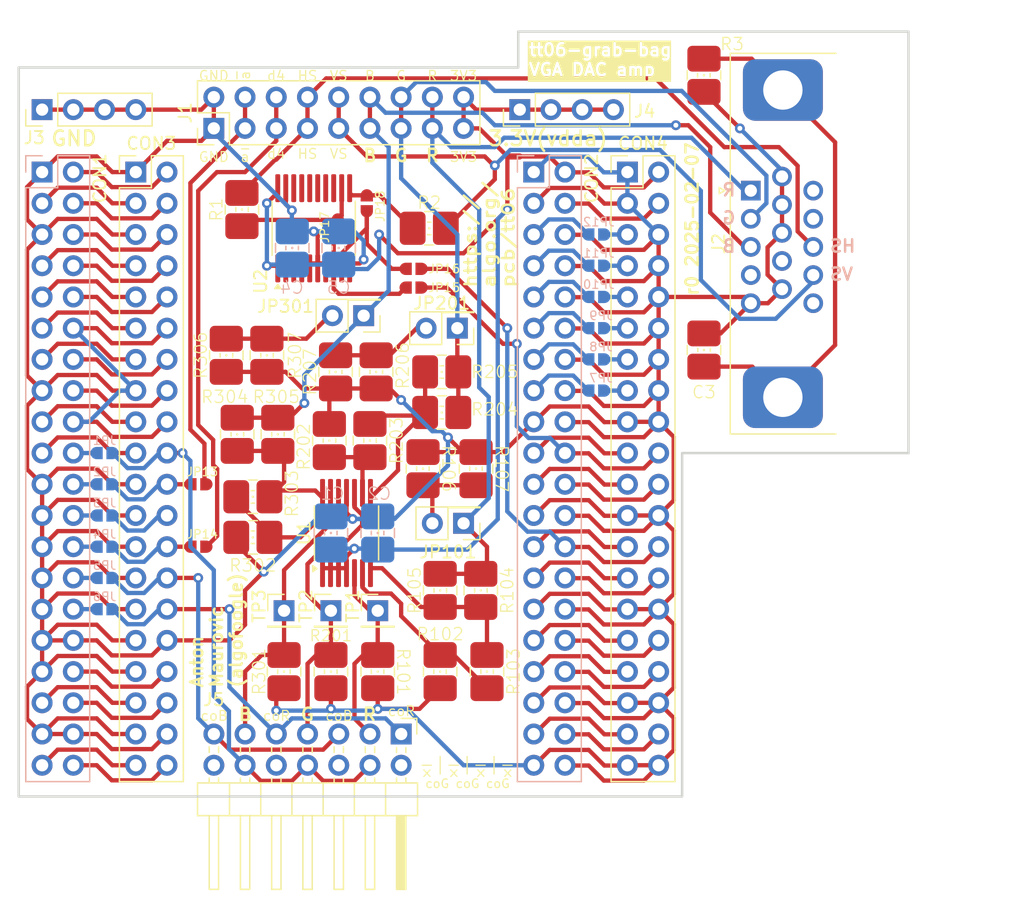
<source format=kicad_pcb>
(kicad_pcb (version 20240108) (generator "pcbnew") (generator_version "8.0")
  (layers (0 "F.Cu" signal) (31 "B.Cu" signal) (34 "B.Paste" user) (35 "F.Paste" user) (36 "B.SilkS" user "B.Silkscreen") (37 "F.SilkS" user "F.Silkscreen") (38 "B.Mask" user) (39 "F.Mask" user) (44 "Edge.Cuts" user))
  (net 0 "")
  (net 1 "GND")
  (net 2 "VCC")
  (net 3 "green_in")
  (net 4 "vsync_in")
  (net 5 "blue_in")
  (net 6 "red_in")
  (net 7 "hsync_in")
  (net 8 "red_out")
  (net 9 "blue_out")
  (net 10 "green_out")
  (net 11 "vsync_out")
  (net 12 "hsync_out")
  (net 13 "inv_aout")
  (net 14 "Net-(U1A--)")
  (net 15 "Net-(R103-Pad2)")
  (net 22 "/uin5")
  (net 23 "/RES3")
  (net 24 "/uin2")
  (net 25 "/uin6")
  (net 26 "/RES2")
  (net 27 "/c_ena")
  (net 28 "/uin3")
  (net 29 "/p_clk")
  (net 30 "/p_rst")
  (net 31 "/uin7")
  (net 32 "/uin1")
  (net 33 "/uio1")
  (net 34 "/uin4")
  (net 35 "vccd_in")
  (net 36 "/uio0")
  (net 37 "/hd_c_rst_n")
  (net 38 "/RES1")
  (net 39 "/uin0")
  (net 40 "/c_sel_inc")
  (net 41 "/uout5")
  (net 42 "/uio3")
  (net 43 "/uio6")
  (net 44 "/uout3")
  (net 45 "/uout6")
  (net 46 "/uout7")
  (net 47 "/uio7")
  (net 48 "vddio")
  (net 49 "/uout4")
  (net 50 "/uout2")
  (net 51 "/uio4")
  (net 52 "/uio2")
  (net 53 "/uout0")
  (net 54 "vdda_in")
  (net 55 "/uout1")
  (net 56 "/uio5")
  (net 57 "/demo_an5")
  (net 58 "/demo_an1")
  (net 59 "/demo_an3")
  (net 60 "/demo_an2")
  (net 61 "/demo_an0")
  (net 62 "/demo_an4")
  (net 63 "/demo_an10")
  (net 64 "/demo_an6")
  (net 65 "/demo_an9")
  (net 66 "/demo_an8")
  (net 67 "/demo_an11")
  (net 68 "/demo_an7")
  (net 69 "/chip_an3")
  (net 70 "/chip_an4")
  (net 71 "/chip_an5")
  (net 72 "/chip_an0")
  (net 73 "/chip_an1")
  (net 74 "/chip_an2")
  (net 75 "/chip_an10")
  (net 76 "/chip_an8")
  (net 77 "/chip_an6")
  (net 78 "/chip_an9")
  (net 79 "/chip_an7")
  (net 80 "/chip_an11")
  (net 81 "dac4_aout")
  (net 82 "/hs_buf")
  (net 83 "Net-(JP101-B)")
  (net 84 "Net-(U1B--)")
  (net 85 "Net-(R203-Pad2)")
  (net 86 "Net-(U1C--)")
  (net 87 "Net-(R303-Pad2)")
  (net 93 "/vs_buf")
  (net 94 "Net-(JP201-B)")
  (net 95 "Net-(JP301-B)")
  (net 100 "Net-(C3-Pad1)")
  (footprint "Anton Kicad Footprints Lib:SMD_Passive_HandSolder_0603_to_1210" (layer "F.Cu") (at 108.712 70.358)
    (property "Reference" "R204")
    (property "Value" "150")
  )
  (footprint "Anton Kicad Footprints Lib:SMD_Passive_HandSolder_0603_to_1210" (layer "F.Cu") (at 108.585 84.836 90)
    (property "Reference" "R105")
    (property "Value" "150")
  )
  (footprint "Connector_PinHeader_2.54mm:PinHeader_1x01_P2.54mm_Vertical" (layer "F.Cu") (at 99.695 86.487)
    (property "Reference" "TP2")
    (property "Value" "green_biased")
  )
  (footprint "Connector_PinHeader_2.54mm:PinHeader_2x01_P2.54mm_Vertical" (layer "F.Cu") (at 109.982 63.5 180)
    (property "Reference" "JP201")
    (property "Value" "Jumper_2_Open")
  )
  (footprint "Connector_PinHeader_2.54mm:PinHeader_1x04_P2.54mm_Vertical" (layer "F.Cu") (at 76.2 45.72 90)
    (property "Reference" "J3")
    (property "Value" "Conn_01x04_Pin")
  )
  (footprint "Anton Kicad Footprints Lib:SMD_Passive_HandSolder_0603_to_1210" (layer "F.Cu") (at 108.585 91.44 -90)
    (property "Reference" "R102")
    (property "Value" "1k")
  )
  (footprint "Anton Kicad Footprints Lib:SMD_Passive_HandSolder_0603_to_1210" (layer "F.Cu") (at 95.885 91.44 -90)
    (property "Reference" "R301")
    (property "Value" "2.2k")
  )
  (footprint "Anton Kicad Footprints Lib:SMD_Passive_HandSolder_0603_to_1210" (layer "F.Cu") (at 102.87 72.644 90)
    (property "Reference" "R203")
    (property "Value" "3.3k")
  )
  (footprint "Connector_PinHeader_2.54mm:PinHeader_2x07_P2.54mm_Horizontal" (layer "F.Cu") (at 105.415 96.52 -90)
    (property "Reference" "J5")
    (property "Value" "Conn_02x07_Odd_Even")
  )
  (footprint "Anton Kicad Footprints Lib:SMD_Passive_HandSolder_0603_to_1210" (layer "F.Cu") (at 100.076 67.056 90)
    (property "Reference" "R207")
    (property "Value" "150")
  )
  (footprint "Anton Kicad Footprints Lib:SolderJumper-2_tiny_nomask" (layer "F.Cu") (at 102.616 53.34 90)
    (property "Reference" "JP18")
    (property "Value" "SolderJumper_2_Open")
  )
  (footprint "Anton Kicad Footprints Lib:SolderJumper-2_tiny_nomask" (layer "F.Cu") (at 106.426 60.198)
    (property "Reference" "JP15")
    (property "Value" "SolderJumper_2_Open")
  )
  (footprint "Anton Kicad Footprints Lib:SolderJumper-2_tiny_nomask" (layer "F.Cu") (at 88.915 81.28)
    (property "Reference" "JP14")
    (property "Value" "SolderJumper_2_Open")
  )
  (footprint "Anton Kicad Footprints Lib:SMD_Passive_HandSolder_0603_to_1210" (layer "F.Cu") (at 92.075 72.136 90)
    (property "Reference" "R304")
    (property "Value" "150")
  )
  (footprint "Anton Kicad Footprints Lib:SMD_Passive_HandSolder_0603_to_1210" (layer "F.Cu") (at 93.345 77.216)
    (property "Reference" "R303")
    (property "Value" "3.3k")
  )
  (footprint "Anton Kicad Footprints Lib:SMD_Passive_HandSolder_0603_to_1210" (layer "F.Cu") (at 111.887 84.836 90)
    (property "Reference" "R104")
    (property "Value" "150")
  )
  (footprint "Anton Kicad Footprints Lib:SolderJumper-2_tiny_nomask" (layer "F.Cu") (at 106.426 58.674)
    (property "Reference" "JP16")
    (property "Value" "SolderJumper_2_Open")
  )
  (footprint "Anton Kicad Footprints Lib:SMD_Passive_HandSolder_0603_to_1210" (layer "F.Cu") (at 108.712 67.056)
    (property "Reference" "R205")
    (property "Value" "150")
  )
  (footprint "Anton Kicad Footprints Lib:SMD_Passive_HandSolder_0603_to_1210" (layer "F.Cu") (at 111.506 74.93 -90)
    (property "Reference" "R107")
    (property "Value" "150")
  )
  (footprint "Anton Kicad Footprints Lib:SMD_Passive_HandSolder_0603_to_1210" (layer "F.Cu") (at 92.456 53.848 90)
    (property "Reference" "R1")
    (property "Value" "49.9")
  )
  (footprint "Connector_PinHeader_2.54mm:PinHeader_2x01_P2.54mm_Vertical" (layer "F.Cu") (at 102.362 62.484 180)
    (property "Reference" "JP301")
    (property "Value" "Jumper_2_Open")
  )
  (footprint "Anton Kicad Footprints Lib:TSSOP-14_4.4x5mm_P0.65mm_HandSolder" (layer "F.Cu") (at 100.965 80.165 90)
    (property "Reference" "U1")
    (property "Value" "OPA3355EA")
  )
  (footprint "Anton Kicad Footprints Lib:SMD_Passive_HandSolder_0603_to_1210" (layer "F.Cu") (at 99.568 72.644 90)
    (property "Reference" "R202")
    (property "Value" "1k")
  )
  (footprint "Anton Kicad Footprints Lib:SMD_Passive_HandSolder_0603_to_1210" (layer "F.Cu") (at 103.505 91.44 -90)
    (property "Reference" "R101")
    (property "Value" "2.2k")
  )
  (footprint "Connector_PinHeader_2.54mm:PinHeader_2x09_P2.54mm_Vertical" (layer "F.Cu") (at 90.17 47.244 90)
    (property "Reference" "J1")
    (property "Value" "Conn_02x09_Odd_Even")
  )
  (footprint "Connector_PinHeader_2.54mm:PinHeader_1x01_P2.54mm_Vertical" (layer "F.Cu") (at 103.505 86.487)
    (property "Reference" "TP1")
    (property "Value" "red_biased")
  )
  (footprint "Connector_PinHeader_2.54mm:PinHeader_1x04_P2.54mm_Vertical" (layer "F.Cu") (at 115.062 45.72 90)
    (property "Reference" "J4")
    (property "Value" "Conn_01x04_Pin")
  )
  (footprint "Anton Kicad Footprints Lib:SMD_Passive_HandSolder_0603_to_1210" (layer "F.Cu") (at 94.488 65.706 90)
    (property "Reference" "R307")
    (property "Value" "150")
  )
  (footprint "Anton Kicad Footprints Lib:SMD_Passive_HandSolder_0603_to_1210" (layer "F.Cu") (at 107.188 74.93 -90)
    (property "Reference" "R106")
    (property "Value" "150")
  )
  (footprint "Anton Kicad Footprints Lib:SMD_Passive_HandSolder_0603_to_1210" (layer "F.Cu") (at 112.395 91.44 90)
    (property "Reference" "R103")
    (property "Value" "3.3k")
  )
  (footprint "Anton Kicad Footprints Lib:SMD_Passive_HandSolder_0603_to_1210" (layer "F.Cu") (at 91.186 65.706 90)
    (property "Reference" "R306")
    (property "Value" "150")
  )
  (footprint "Connector_PinHeader_2.54mm:PinHeader_2x20_P2.54mm_Vertical" (layer "F.Cu") (at 123.82 50.8)
    (property "Reference" "CON4")
    (property "Value" "Top socket")
  )
  (footprint "Anton Kicad Footprints Lib:SMD_Passive_HandSolder_0603_to_1210" (layer "F.Cu") (at 130.048 65.278 90)
    (property "Reference" "C3")
    (property "Value" "1nF/250V")
  )
  (footprint "Connector_PinHeader_2.54mm:PinHeader_2x20_P2.54mm_Vertical" (layer "F.Cu") (at 83.82 50.8)
    (property "Reference" "CON3")
    (property "Value" "Top socket")
  )
  (footprint "Anton Kicad Footprints Lib:SolderJumper-2_tiny_nomask" (layer "F.Cu") (at 100.259 55.3035 90)
    (property "Reference" "JP17")
    (property "Value" "SolderJumper_2_Open")
  )
  (footprint "Connector_PinHeader_2.54mm:PinHeader_2x01_P2.54mm_Vertical" (layer "F.Cu") (at 110.49 79.375 180)
    (property "Reference" "JP101")
    (property "Value" "Jumper_2_Open")
  )
  (footprint "NetTie:NetTie-2_SMD_Pad0.5mm" (layer "F.Cu") (at 114.554 49.53)
    (property "Reference" "NT1" (hide yes))
    (property "Value" "NetTie_2" (hide yes))
  )
  (footprint "Anton Kicad Footprints Lib:SMD_Passive_HandSolder_0603_to_1210" (layer "F.Cu") (at 103.378 67.056 90)
    (property "Reference" "R206")
    (property "Value" "150")
  )
  (footprint "Anton Kicad Footprints Lib:TSSOP-20_4.4x6.5mm_P0.65mm_HandSolder" (layer "F.Cu") (at 98.298 55.372 90)
    (property "Reference" "U2")
    (property "Value" "SN74LVC245APW")
  )
  (footprint "Connector_PinHeader_2.54mm:PinHeader_1x01_P2.54mm_Vertical" (layer "F.Cu") (at 95.885 86.487)
    (property "Reference" "TP3")
    (property "Value" "blue_biased")
  )
  (footprint "Anton Kicad Footprints Lib:SMD_Passive_HandSolder_0603_to_1210" (layer "F.Cu") (at 107.696 55.372)
    (property "Reference" "R2")
    (property "Value" "49.9")
  )
  (footprint "Anton Kicad Footprints Lib:SolderJumper-2_tiny_nomask" (layer "F.Cu") (at 88.915 76.2)
    (property "Reference" "JP13")
    (property "Value" "SolderJumper_2_Open")
  )
  (footprint "Anton Kicad Footprints Lib:DSUB-15-HD_F_Horz_P2.29x2.54mm_EPO3.03mm_MO4.94mm_STRONG" (layer "F.Cu") (at 133.858 52.31 90)
    (property "Reference" "J2")
    (property "Value" "DE15_Receptacle_HighDensity_MountingHoles")
  )
  (footprint "Anton Kicad Footprints Lib:SMD_Passive_HandSolder_0603_to_1210" (layer "F.Cu") (at 130.048 42.926 -90)
    (property "Reference" "R3")
    (property "Value" "1M")
  )
  (footprint "Anton Kicad Footprints Lib:SMD_Passive_HandSolder_0603_to_1210" (layer "F.Cu") (at 95.377 72.136 90)
    (property "Reference" "R305")
    (property "Value" "150")
  )
  (footprint "Anton Kicad Footprints Lib:SMD_Passive_HandSolder_0603_to_1210" (layer "F.Cu") (at 93.345 80.518 180)
    (property "Reference" "R302")
    (property "Value" "1k")
  )
  (footprint "Anton Kicad Footprints Lib:SMD_Passive_HandSolder_0603_to_1210" (layer "F.Cu") (at 99.695 91.44 -90)
    (property "Reference" "R201")
    (property "Value" "2.2k")
  )
  (footprint "Anton Kicad Footprints Lib:SolderJumper-2_tiny_nomask" (layer "B.Cu") (at 81.28 83.82)
    (property "Reference" "JP5")
    (property "Value" "SolderJumper_2_Open")
  )
  (footprint "Anton Kicad Footprints Lib:SolderJumper-2_tiny_nomask" (layer "B.Cu") (at 81.28 73.66)
    (property "Reference" "JP1")
    (property "Value" "SolderJumper_2_Open")
  )
  (footprint "Anton Kicad Footprints Lib:SolderJumper-2_tiny_nomask" (layer "B.Cu") (at 121.285 63.5)
    (property "Reference" "JP9")
    (property "Value" "SolderJumper_2_Open")
  )
  (footprint "Anton Kicad Footprints Lib:SolderJumper-2_tiny_nomask" (layer "B.Cu") (at 121.285 58.42)
    (property "Reference" "JP11")
    (property "Value" "SolderJumper_2_Open")
  )
  (footprint "Anton Kicad Footprints Lib:SMD_Passive_HandSolder_0603_to_1210" (layer "B.Cu") (at 96.552 56.976 90)
    (property "Reference" "C4")
    (property "Value" "1uF")
  )
  (footprint "Anton Kicad Footprints Lib:SolderJumper-2_tiny_nomask" (layer "B.Cu") (at 81.28 78.74)
    (property "Reference" "JP3")
    (property "Value" "SolderJumper_2_Open")
  )
  (footprint "Anton Kicad Footprints Lib:SolderJumper-2_tiny_nomask" (layer "B.Cu") (at 121.285 68.58)
    (property "Reference" "JP7")
    (property "Value" "SolderJumper_2_Open")
  )
  (footprint "Connector_PinSocket_2.54mm:PinSocket_2x20_P2.54mm_Vertical" (layer "B.Cu") (at 116.2 50.8 180)
    (property "Reference" "CON2")
    (property "Value" "Bottom pins")
  )
  (footprint "Anton Kicad Footprints Lib:SolderJumper-2_tiny_nomask" (layer "B.Cu") (at 121.285 60.96)
    (property "Reference" "JP10")
    (property "Value" "SolderJumper_2_Open")
  )
  (footprint "Anton Kicad Footprints Lib:SolderJumper-2_tiny_nomask" (layer "B.Cu") (at 121.285 55.88)
    (property "Reference" "JP12")
    (property "Value" "SolderJumper_2_Open")
  )
  (footprint "Anton Kicad Footprints Lib:SolderJumper-2_tiny_nomask" (layer "B.Cu") (at 81.28 86.36)
    (property "Reference" "JP6")
    (property "Value" "SolderJumper_2_Open")
  )
  (footprint "Anton Kicad Footprints Lib:SolderJumper-2_tiny_nomask" (layer "B.Cu") (at 121.285 66.04)
    (property "Reference" "JP8")
    (property "Value" "SolderJumper_2_Open")
  )
  (footprint "Anton Kicad Footprints Lib:SolderJumper-2_tiny_nomask" (layer "B.Cu") (at 81.28 81.28)
    (property "Reference" "JP4")
    (property "Value" "SolderJumper_2_Open")
  )
  (footprint "Anton Kicad Footprints Lib:SMD_Passive_HandSolder_0603_to_1210" (layer "B.Cu") (at 103.505 80.165 90)
    (property "Reference" "C2")
    (property "Value" "10n")
  )
  (footprint "Anton Kicad Footprints Lib:SMD_Passive_HandSolder_0603_to_1210" (layer "B.Cu") (at 99.695 80.165 90)
    (property "Reference" "C1")
    (property "Value" "1u")
  )
  (footprint "Connector_PinSocket_2.54mm:PinSocket_2x20_P2.54mm_Vertical" (layer "B.Cu") (at 76.2 50.8 180)
    (property "Reference" "CON1")
    (property "Value" "Bottom pins")
  )
  (footprint "Anton Kicad Footprints Lib:SMD_Passive_HandSolder_0603_to_1210" (layer "B.Cu") (at 100.33 56.976 90)
    (property "Reference" "C5")
    (property "Value" "0.1uF")
  )
  (footprint "Anton Kicad Footprints Lib:SolderJumper-2_tiny_nomask" (layer "B.Cu") (at 81.265 76.2)
    (property "Reference" "JP2")
    (property "Value" "SolderJumper_2_Open")
  )
  (gr_poly (pts (xy 114.935 39.37) (xy 146.685 39.37) (xy 146.685 73.66) (xy 128.27 73.66) (xy 128.27 101.6) (xy 74.295 101.6) (xy 74.295 42.291) (xy 114.935 42.291)) (stroke (width 0.2)) (fill none) (layer "Edge.Cuts"))
  (gr_text "VS" (at 140.208 59.69 0) (layer "B.SilkS") (effects (font (size 1 1) (thickness 0.2) (bold yes)) (justify right bottom mirror)))
  (gr_text "B" (at 132.08 57.404 -0) (layer "B.SilkS") (effects (font (size 1 1) (thickness 0.2) (bold yes)) (justify bottom mirror)))
  (gr_text "G" (at 132.08 55.118 0) (layer "B.SilkS") (effects (font (size 1 1) (thickness 0.2) (bold yes)) (justify bottom mirror)))
  (gr_text "R" (at 132.08 52.832 0) (layer "B.SilkS") (effects (font (size 1 1) (thickness 0.2) (bold yes)) (justify bottom mirror)))
  (gr_text "HS" (at 140.208 57.404 0) (layer "B.SilkS") (effects (font (size 1 1) (thickness 0.2) (bold yes)) (justify right bottom mirror)))
  (gr_text "R" (at 107.95 43.434 0) (layer "F.SilkS") (effects (font (size 0.8 0.8) (thickness 0.1)) (justify bottom)))
  (gr_text "coB" (at 89.027 95.504 0) (layer "F.SilkS") (effects (font (size 0.8 0.8) (thickness 0.1)) (justify left bottom)))
  (gr_text "GND" (at 90.17 43.434 0) (layer "F.SilkS") (effects (font (size 0.8 0.8) (thickness 0.1)) (justify bottom)))
  (gr_text "Anton\nMaurovic\n(algofoogle)" (at 92.583 92.837 90) (layer "F.SilkS") (effects (font (size 1 1) (thickness 0.2) (bold yes)) (justify left bottom)))
  (gr_text "x  x  x  x" (at 107.061 100.076 0) (layer "F.SilkS") (effects (font (size 0.8 0.94) (thickness 0.1)) (justify left bottom)))
  (gr_text "https://\nalgo.org/\npcb/tt06\n" (at 114.681 60.325 90) (layer "F.SilkS") (effects (font (size 0.95 1.2) (thickness 0.2) (bold yes)) (justify left bottom)))
  (gr_text "-|-|-|-" (at 106.807 99.568 0) (layer "F.SilkS") (effects (font (size 1 1) (thickness 0.1)) (justify left bottom)))
  (gr_text "coG coG coG" (at 107.315 100.965 0) (layer "F.SilkS") (effects (font (size 0.7 0.7) (thickness 0.1)) (justify left bottom)))
  (gr_text "tt06-grab-bag\nVGA DAC amp" (at 115.697 43.053 0) (layer "F.SilkS" knockout) (effects (font (size 1 1) (thickness 0.2) (bold yes)) (justify left bottom)))
  (gr_text "VS" (at 100.33 43.434 0) (layer "F.SilkS") (effects (font (size 0.8 0.8) (thickness 0.1)) (justify bottom)))
  (gr_text "B     G     R" (at 92.075 95.504 0) (layer "F.SilkS") (effects (font (size 1 1.05) (thickness 0.2) (bold yes)) (justify left bottom)))
  (gr_text "G" (at 105.41 50.038 0) (layer "F.SilkS") (effects (font (size 1 1) (thickness 0.2) (bold yes)) (justify bottom)))
  (gr_text "B" (at 102.87 50.038 0) (layer "F.SilkS") (effects (font (size 1 1) (thickness 0.2) (bold yes)) (justify bottom)))
  (gr_text "HS" (at 97.79 43.434 0) (layer "F.SilkS") (effects (font (size 0.8 0.8) (thickness 0.1)) (justify bottom)))
  (gr_text "GND" (at 90.17 50.038 0) (layer "F.SilkS") (effects (font (size 0.8 0.8) (thickness 0.1)) (justify bottom)))
  (gr_text "HS" (at 97.79 49.784 0) (layer "F.SilkS") (effects (font (size 0.8 0.8) (thickness 0.1)) (justify bottom)))
  (gr_text "3.3V(vdda)" (at 112.395 48.768 0) (layer "F.SilkS") (effects (font (size 1.2 1.2) (thickness 0.2) (bold yes)) (justify left bottom)))
  (gr_text "~{a}" (at 92.71 42.926 90) (layer "F.SilkS") (effects (font (size 0.8 0.8) (thickness 0.1))))
  (gr_text "coR" (at 104.267 95.123 0) (layer "F.SilkS") (effects (font (size 0.8 0.8) (thickness 0.1)) (justify left bottom)))
  (gr_text "3V3" (at 110.49 43.434 0) (layer "F.SilkS") (effects (font (size 0.8 0.8) (thickness 0.1)) (justify bottom)))
  (gr_text "G" (at 105.41 43.434 0) (layer "F.SilkS") (effects (font (size 0.8 0.8) (thickness 0.1)) (justify bottom)))
  (gr_text "3V3" (at 110.49 50.038 0) (layer "F.SilkS") (effects (font (size 0.8 0.8) (thickness 0.1)) (justify bottom)))
  (gr_text "B" (at 102.87 43.434 0) (layer "F.SilkS") (effects (font (size 0.8 0.8) (thickness 0.1)) (justify bottom)))
  (gr_text "~{a}" (at 92.71 50.038 0) (layer "F.SilkS") (effects (font (size 0.8 0.8) (thickness 0.1)) (justify bottom)))
  (gr_text "R" (at 107.95 50.038 0) (layer "F.SilkS") (effects (font (size 1 1) (thickness 0.2) (bold yes)) (justify bottom)))
  (gr_text "d4" (at 95.25 43.434 0) (layer "F.SilkS") (effects (font (size 0.8 0.8) (thickness 0.1)) (justify bottom)))
  (gr_text "r0 2025-02-07" (at 129.667 60.96 90) (layer "F.SilkS") (effects (font (size 1 1) (thickness 0.2) (bold yes)) (justify left bottom)))
  (gr_text "d4" (at 95.25 49.784 0) (layer "F.SilkS") (effects (font (size 0.8 0.8) (thickness 0.1)) (justify bottom)))
  (gr_text "coR" (at 94.107 95.504 0) (layer "F.SilkS") (effects (font (size 0.8 0.8) (thickness 0.1)) (justify left bottom)))
  (gr_text "GND" (at 76.835 48.768 0) (layer "F.SilkS") (effects (font (size 1.2 1.2) (thickness 0.2) (bold yes)) (justify left bottom)))
  (gr_text "coB" (at 99.187 95.504 0) (layer "F.SilkS") (effects (font (size 0.8 0.8) (thickness 0.1)) (justify left bottom)))
  (gr_text "VS" (at 100.33 49.784 0) (layer "F.SilkS") (effects (font (size 0.8 0.8) (thickness 0.1)) (justify bottom)))
  (segment (start 78.74 88.9) (end 80.645 88.9) (width 0.35) (layer "F.Cu") (net 1))
  (segment (start 99.695 92.79) (end 99.695 94.475) (width 0.35) (layer "F.Cu") (net 1))
  (segment (start 109.22 72.39) (end 110.41 73.58) (width 0.35) (layer "F.Cu") (net 1))
  (segment (start 121.9425 53.3625) (end 123.8475 53.3625) (width 0.35) (layer "F.Cu") (net 1))
  (segment (start 116.2275 86.3825) (end 117.4975 85.1125) (width 0.35) (layer "F.Cu") (net 1))
  (segment (start 120.6725 52.0925) (end 121.9425 53.3625) (width 0.35) (layer "F.Cu") (net 1))
  (segment (start 121.9425 94.0025) (end 123.8475 94.0025) (width 0.35) (layer "F.Cu") (net 1))
  (segment (start 125.1625 79.9875) (end 126.3875 78.7625) (width 0.35) (layer "F.Cu") (net 1))
  (segment (start 133.858 61.47) (end 135.253 61.47) (width 0.35) (layer "F.Cu") (net 1))
  (segment (start 121.9425 99.0825) (end 123.8475 99.0825) (width 0.35) (layer "F.Cu") (net 1))
  (segment (start 121.8975 64.7475) (end 125.1625 64.7475) (width 0.35) (layer "F.Cu") (net 1))
  (segment (start 120.6725 71.1425) (end 121.8975 72.3675) (width 0.35) (layer "F.Cu") (net 1))
  (segment (start 121.8975 95.2275) (end 125.1625 95.2275) (width 0.35) (layer "F.Cu") (net 1))
  (segment (start 111.506 73.58) (end 107.188 73.58) (width 0.35) (layer "F.Cu") (net 1))
  (segment (start 80.645 54.61) (end 81.915 55.88) (width 0.35) (layer "F.Cu") (net 1))
  (segment (start 104.474 68.406) (end 105.41 69.342) (width 0.35) (layer "F.Cu") (net 1))
  (segment (start 90.17 47.244) (end 89.154 48.26) (width 0.35) (layer "F.Cu") (net 1))
  (segment (start 120.6725 99.0825) (end 121.8975 100.3075) (width 0.35) (layer "F.Cu") (net 1))
  (segment (start 121.9425 78.7625) (end 123.8475 78.7625) (width 0.35) (layer "F.Cu") (net 1))
  (segment (start 86.36 48.26) (end 83.82 50.8) (width 0.35) (layer "F.Cu") (net 1))
  (segment (start 103.378 68.406) (end 104.474 68.406) (width 0.35) (layer "F.Cu") (net 1))
  (segment (start 130.048 63.928) (end 131.4 63.928) (width 0.35) (layer "F.Cu") (net 1))
  (segment (start 80.645 49.53) (end 81.915 50.8) (width 0.35) (layer "F.Cu") (net 1))
  (segment (start 76.2 76.2) (end 77.47 74.93) (width 0.35) (layer "F.Cu") (net 1))
  (segment (start 81.915 78.74) (end 83.82 78.74) (width 0.35) (layer "F.Cu") (net 1))
  (segment (start 85.135 72.345) (end 86.36 71.12) (width 0.35) (layer "F.Cu") (net 1))
  (segment (start 121.9425 71.1425) (end 123.8475 71.1425) (width 0.35) (layer "F.Cu") (net 1))
  (segment (start 76.2 50.8) (end 74.975 52.025) (width 0.35) (layer "F.Cu") (net 1))
  (segment (start 125.1625 59.6675) (end 126.3875 58.4425) (width 0.35) (layer "F.Cu") (net 1))
  (segment (start 117.4975 92.7325) (end 120.6725 92.7325) (width 0.35) (layer "F.Cu") (net 1))
  (segment (start 76.2 50.8) (end 77.47 49.53) (width 0.35) (layer "F.Cu") (net 1))
  (segment (start 85.135 90.125) (end 86.36 88.9) (width 0.35) (layer "F.Cu") (net 1))
  (segment (start 126.36 86.36) (end 123.82 86.36) (width 0.35) (layer "F.Cu") (net 1))
  (segment (start 120.6725 63.5225) (end 121.8975 64.7475) (width 0.35) (layer "F.Cu") (net 1))
  (segment (start 74.975 95.295) (end 76.2 96.52) (width 0.35) (layer "F.Cu") (net 1))
  (segment (start 120.6725 97.8125) (end 121.9425 99.0825) (width 0.35) (layer "F.Cu") (net 1))
  (segment (start 127.585 92.755) (end 126.36 93.98) (width 0.35) (layer "F.Cu") (net 1))
  (segment (start 76.2 78.74) (end 77.47 77.47) (width 0.35) (layer "F.Cu") (net 1))
  (segment (start 99.568 68.914) (end 100.076 68.406) (width 0.35) (layer "F.Cu") (net 1))
  (segment (start 120.6725 66.0625) (end 121.8975 67.2875) (width 0.35) (layer "F.Cu") (net 1))
  (segment (start 135.223 56.92) (end 136.398 55.745) (width 0.35) (layer "F.Cu") (net 1))
  (segment (start 120.6725 94.0025) (end 121.8975 95.2275) (width 0.35) (layer "F.Cu") (net 1))
  (segment (start 74.975 92.665) (end 74.975 95.295) (width 0.35) (layer "F.Cu") (net 1))
  (segment (start 74.975 54.655) (end 76.2 55.88) (width 0.35) (layer "F.Cu") (net 1))
  (segment (start 120.6725 60.9825) (end 121.8975 62.2075) (width 0.35) (layer "F.Cu") (net 1))
  (segment (start 78.74 96.52) (end 80.645 96.52) (width 0.35) (layer "F.Cu") (net 1))
  (segment (start 80.645 90.17) (end 81.915 91.44) (width 0.35) (layer "F.Cu") (net 1))
  (segment (start 118.7675 60.9825) (end 120.6725 60.9825) (width 0.35) (layer "F.Cu") (net 1))
  (segment (start 100.965 77.3025) (end 100.965 78.525269) (width 0.35) (layer "F.Cu") (net 1))
  (segment (start 120.6725 68.6025) (end 121.8975 69.8275) (width 0.35) (layer "F.Cu") (net 1))
  (segment (start 121.8975 100.3075) (end 125.1625 100.3075) (width 0.35) (layer "F.Cu") (net 1))
  (segment (start 127.585 97.835) (end 126.36 99.06) (width 0.35) (layer "F.Cu") (net 1))
  (segment (start 80.645 80.01) (end 81.915 81.28) (width 0.35) (layer "F.Cu") (net 1))
  (segment (start 126.36 78.74) (end 127.585 79.965) (width 0.35) (layer "F.Cu") (net 1))
  (segment (start 81.87 64.725) (end 85.135 64.725) (width 0.35) (layer "F.Cu") (net 1))
  (segment (start 77.47 87.63) (end 80.645 87.63) (width 0.35) (layer "F.Cu") (net 1))
  (segment (start 118.7675 68.6025) (end 120.6725 68.6025) (width 0.35) (layer "F.Cu") (net 1))
  (segment (start 110.41 73.58) (end 113.74 73.58) (width 0.35) (layer "F.Cu") (net 1))
  (segment (start 81.915 91.44) (end 83.82 91.44) (width 0.35) (layer "F.Cu") (net 1))
  (segment (start 77.47 74.93) (end 80.645 74.93) (width 0.35) (layer "F.Cu") (net 1))
  (segment (start 131.4 63.928) (end 133.858 61.47) (width 0.35) (layer "F.Cu") (net 1))
  (segment (start 125.1625 95.2275) (end 126.3875 94.0025) (width 0.35) (layer "F.Cu") (net 1))
  (segment (start 77.47 54.61) (end 80.645 54.61) (width 0.35) (layer "F.Cu") (net 1))
  (segment (start 81.915 68.58) (end 83.82 68.58) (width 0.35) (layer "F.Cu") (net 1))
  (segment (start 76.2 76.2) (end 76.2 91.44) (width 0.35) (layer "F.Cu") (net 1))
  (segment (start 127.585 95.205) (end 127.585 97.835) (width 0.35) (layer "F.Cu") (net 1))
  (segment (start 103.505 92.79) (end 103.505 94.475) (width 0.35) (layer "F.Cu") (net 1))
  (segment (start 125.1625 67.2875) (end 126.3875 66.0625) (width 0.35) (layer "F.Cu") (net 1))
  (segment (start 81.915 76.2) (end 83.82 76.2) (width 0.35) (layer "F.Cu") (net 1))
  (segment (start 125.1625 57.1275) (end 126.3875 55.9025) (width 0.35) (layer "F.Cu") (net 1))
  (segment (start 127.585 72.345) (end 127.585 77.515) (width 0.35) (layer "F.Cu") (net 1))
  (segment (start 103.505 94.475) (end 106.9 94.475) (width 0.35) (layer "F.Cu") (net 1))
  (segment (start 74.975 57.105) (end 74.975 67.355) (width 0.35) (layer "F.Cu") (net 1))
  (segment (start 127.585 79.965) (end 127.585 85.135) (width 0.35) (layer "F.Cu") (net 1))
  (segment (start 118.7675 63.5225) (end 120.6725 63.5225) (width 0.35) (layer "F.Cu") (net 1))
  (segment (start 81.915 83.82) (end 83.82 83.82) (width 0.35) (layer "F.Cu") (net 1))
  (segment (start 120.6725 55.9025) (end 121.8975 57.1275) (width 0.35) (layer "F.Cu") (net 1))
  (segment (start 126.36 99.06) (end 123.82 99.06) (width 0.35) (layer "F.Cu") (net 1))
  (segment (start 77.47 80.01) (end 80.645 80.01) (width 0.35) (layer "F.Cu") (net 1))
  (segment (start 94.488 67.056) (end 91.186 67.056) (width 0.35) (layer "F.Cu") (net 1))
  (segment (start 98.298 55.626) (end 98.623 55.951) (width 0.35) (layer "F.Cu") (net 1))
  (segment (start 80.645 63.5) (end 81.87 64.725) (width 0.35) (layer "F.Cu") (net 1))
  (segment (start 80.645 85.09) (end 81.915 86.36) (width 0.35) (layer "F.Cu") (net 1))
  (segment (start 76.2 91.44) (end 77.47 90.17) (width 0.35) (layer "F.Cu") (net 1))
  (segment (start 96.012 67.056) (end 97.362 68.406) (width 0.35) (layer "F.Cu") (net 1))
  (segment (start 81.87 90.125) (end 85.135 90.125) (width 0.35) (layer "F.Cu") (net 1))
  (segment (start 76.2 68.58) (end 77.47 67.31) (width 0.35) (layer "F.Cu") (net 1))
  (segment (start 76.2 88.9) (end 78.74 88.9) (width 0.35) (layer "F.Cu") (net 1))
  (segment (start 121.8975 67.2875) (end 125.1625 67.2875) (width 0.35) (layer "F.Cu") (net 1))
  (segment (start 126.36 71.12) (end 123.82 71.12) (width 0.35) (layer "F.Cu") (net 1))
  (segment (start 81.915 50.8) (end 83.82 50.8) (width 0.35) (layer "F.Cu") (net 1))
  (segment (start 81.915 88.9) (end 83.82 88.9) (width 0.35) (layer "F.Cu") (net 1))
  (segment (start 120.6725 69.8725) (end 121.9425 71.1425) (width 0.35) (layer "F.Cu") (net 1))
  (segment (start 113.74 73.58) (end 116.2 71.12) (width 0.35) (layer "F.Cu") (net 1))
  (segment (start 96.023 53.418) (end 96.52 53.915) (width 0.35) (layer "F.Cu") (net 1))
  (segment (start 81.915 55.88) (end 83.82 55.88) (width 0.35) (layer "F.Cu") (net 1))
  (segment (start 118.7675 94.0025) (end 120.6725 94.0025) (width 0.35) (layer "F.Cu") (net 1))
  (segment (start 120.6725 58.4425) (end 121.8975 59.6675) (width 0.35) (layer "F.Cu") (net 1))
  (segment (start 76.2 86.36) (end 77.47 85.09) (width 0.35) (layer "F.Cu") (net 1))
  (segment (start 135.253 61.47) (end 136.398 60.325) (width 0.35) (layer "F.Cu") (net 1))
  (segment (start 121.9425 86.3825) (end 123.8475 86.3825) (width 0.35) (layer "F.Cu") (net 1))
  (segment (start 91.995 81.073) (end 94.234 83.312) (width 0.35) (layer "F.Cu") (net 1))
  (segment (start 76.2 68.58) (end 74.975 69.805) (width 0.35) (layer "F.Cu") (net 1))
  (segment (start 118.7675 55.9025) (end 120.6725 55.9025) (width 0.35) (layer "F.Cu") (net 1))
  (segment (start 83.82 45.72) (end 89.154 45.72) (width 0.35) (layer "F.Cu") (net 1))
  (segment (start 77.47 95.25) (end 80.645 95.25) (width 0.35) (layer "F.Cu") (net 1))
  (segment (start 81.87 72.345) (end 85.135 72.345) (width 0.35) (layer "F.Cu") (net 1))
  (segment (start 121.8975 72.3675) (end 125.1625 72.3675) (width 0.35) (layer "F.Cu") (net 1))
  (segment (start 117.4975 52.0925) (end 120.6725 52.0925) (width 0.35) (layer "F.Cu") (net 1))
  (segment (start 127.585 87.585) (end 127.585 92.755) (width 0.35) (layer "F.Cu") (net 1))
  (segment (start 77.47 82.55) (end 80.645 82.55) (width 0.35) (layer "F.Cu") (net 1))
  (segment (start 125.1625 87.6075) (end 126.3875 86.3825) (width 0.35) (layer "F.Cu") (net 1))
  (segment (start 80.645 96.52) (end 81.87 97.745) (width 0.35) (layer "F.Cu") (net 1))
  (segment (start 121.8975 87.6075) (end 125.1625 87.6075) (width 0.35) (layer "F.Cu") (net 1))
  (segment (start 133.348 60.96) (end 133.858 61.47) (width 0.35) (layer "F.Cu") (net 1))
  (segment (start 85.135 97.745) (end 86.36 96.52) (width 0.35) (layer "F.Cu") (net 1))
  (segment (start 127.585 77.515) (end 126.36 78.74) (width 0.35) (layer "F.Cu") (net 1))
  (segment (start 78.74 71.12) (end 80.645 71.12) (width 0.35) (layer "F.Cu") (net 1))
  (segment (start 120.6725 92.7325) (end 121.9425 94.0025) (width 0.35) (layer "F.Cu") (net 1))
  (segment (start 118.7675 99.0825) (end 120.6725 99.0825) (width 0.35) (layer "F.Cu") (net 1))
  (segment (start 126.36 93.98) (end 123.82 93.98) (width 0.35) (layer "F.Cu") (net 1))
  (segment (start 118.7675 78.7625) (end 120.6725 78.7625) (width 0.35) (layer "F.Cu") (net 1))
  (segment (start 125.1625 100.3075) (end 126.3875 99.0825) (width 0.35) (layer "F.Cu") (net 1))
  (segment (start 85.135 64.725) (end 86.36 63.5) (width 0.35) (layer "F.Cu") (net 1))
  (segment (start 117.4975 85.1125) (end 120.6725 85.1125) (width 0.35) (layer "F.Cu") (net 1))
  (segment (start 77.47 90.17) (end 80.645 90.17) (width 0.35) (layer "F.Cu") (net 1))
  (segment (start 116.2275 99.0825) (end 117.4975 97.8125) (width 0.35) (layer "F.Cu") (net 1))
  (segment (start 118.7675 71.1425) (end 120.6725 71.1425) (width 0.35) (layer "F.Cu") (net 1))
  (segment (start 80.645 77.47) (end 81.915 78.74) (width 0.35) (layer "F.Cu") (net 1))
  (segment (start 127.585 85.135) (end 126.36 86.36) (width 0.35) (layer "F.Cu") (net 1))
  (segment (start 118.7675 66.0625) (end 120.6725 66.0625) (width 0.35) (layer "F.Cu") (net 1))
  (segment (start 74.975 69.805) (end 74.975 74.975) (width 0.35) (layer "F.Cu") (net 1))
  (segment (start 106.9 94.475) (end 108.585 92.79) (width 0.35) (layer "F.Cu") (net 1))
  (segment (start 126.36 55.88) (end 126.36 71.12) (width 0.35) (layer "F.Cu") (net 1))
  (segment (start 136.398 55.745) (end 136.398 51.165) (width 0.35) (layer "F.Cu") (net 1))
  (segment (start 97.362 68.406) (end 100.076 68.406) (width 0.35) (layer "F.Cu") (net 1))
  (segment (start 116.2275 71.1425) (end 117.4975 69.8725) (width 0.35) (layer "F.Cu") (net 1))
  (segment (start 80.645 67.31) (end 81.915 68.58) (width 0.35) (layer "F.Cu") (net 1))
  (segment (start 76.2 96.52) (end 77.47 95.25) (width 0.35) (layer "F.Cu") (net 1))
  (segment (start 80.645 74.93) (end 81.915 76.2) (width 0.35) (layer "F.Cu") (net 1))
  (segment (start 130.048 44.276) (end 130.048 44.323) (width 0.35) (layer "F.Cu") (net 1))
  (segment (start 80.645 95.25) (end 81.915 96.52) (width 0.35) (layer "F.Cu") (net 1))
  (segment (start 103.378 68.406) (end 100.076 68.406) (width 0.35) (layer "F.Cu") (net 1))
  (segment (start 74.975 67.355) (end 76.2 68.58) (width 0.35) (layer "F.Cu") (net 1))
  (segment (start 126.36 78.74) (end 123.82 78.74) (width 0.35) (layer "F.Cu") (net 1))
  (segment (start 121.8975 59.6675) (end 125.1625 59.6675) (width 0.35) (layer "F.Cu") (net 1))
  (segment (start 126.36 71.12) (end 127.585 72.345) (width 0.35) (layer "F.Cu") (net 1))
  (segment (start 121.8975 62.2075) (end 125.1625 62.2075) (width 0.35) (layer "F.Cu") (net 1))
  (segment (start 92.71 87.63) (end 91.44 88.9) (width 0.35) (layer "F.Cu") (net 1))
  (segment (start 80.645 82.55) (end 81.915 83.82) (width 0.35) (layer "F.Cu") (net 1))
  (segment (start 76.2 45.72) (end 83.82 45.72) (width 0.35) (layer "F.Cu") (net 1))
  (segment (start 95.885 92.79) (end 95.25 93.425) (width 0.35) (layer "F.Cu") (net 1))
  (segment (start 98.623 55.951) (end 98.623 58.2345) (width 0.35) (layer "F.Cu") (net 1))
  (segment (start 92.71 84.836) (end 92.71 87.63) (width 0.35) (layer "F.Cu") (net 1))
  (segment (start 81.915 96.52) (end 83.82 96.52) (width 0.35) (layer "F.Cu") (net 1))
  (segment (start 121.8975 69.8275) (end 125.1625 69.8275) (width 0.35) (layer "F.Cu") (net 1))
  (segment (start 77.47 77.47) (end 80.645 77.47) (width 0.35) (layer "F.Cu") (net 1))
  (segment (start 80.645 87.63) (end 81.915 88.9) (width 0.35) (layer "F.Cu") (net 1))
  (segment (start 91.44 88.9) (end 86.36 88.9) (width 0.35) (layer "F.Cu") (net 1))
  (segment (start 125.1625 69.8275) (end 126.3875 68.6025) (width 0.35) (layer "F.Cu") (net 1))
  (segment (start 126.36 86.36) (end 127.585 87.585) (width 0.35) (layer "F.Cu") (net 1))
  (segment (start 121.8975 57.1275) (end 125.1625 57.1275) (width 0.35) (layer "F.Cu") (net 1))
  (segment (start 118.7675 86.3825) (end 120.6725 86.3825) (width 0.35) (layer "F.Cu") (net 1))
  (segment (start 126.36 93.98) (end 127.585 95.205) (width 0.35) (layer "F.Cu") (net 1))
  (segment (start 120.6725 86.3825) (end 121.8975 87.6075) (width 0.35) (layer "F.Cu") (net 1))
  (segment (start 125.1625 64.7475) (end 126.3875 63.5225) (width 0.35) (layer "F.Cu") (net 1))
  (segment (start 76.2 83.82) (end 77.47 82.55) (width 0.35) (layer "F.Cu") (net 1))
  (segment (start 81.915 81.28) (end 83.82 81.28) (width 0.35) (layer "F.Cu") (net 1))
  (segment (start 94.234 83.312) (end 92.71 84.836) (width 0.35) (layer "F.Cu") (net 1))
  (segment (start 96.023 52.5095) (end 96.023 53.418) (width 0.35) (layer "F.Cu") (net 1))
  (segment (start 76.2 81.28) (end 77.47 80.01) (width 0.35) (layer "F.Cu") (net 1))
  (segment (start 120.6725 78.7625) (end 121.8975 79.9875) (width 0.35) (layer "F.Cu") (net 1))
  (segment (start 117.4975 77.4925) (end 120.6725 77.4925) (width 0.35) (layer "F.Cu") (net 1))
  (segment (start 76.2 55.88) (end 77.47 54.61) (width 0.35) (layer "F.Cu") (net 1))
  (segment (start 136.398 60.325) (end 135.223 59.15) (width 0.35) (layer "F.Cu") (net 1))
  (segment (start 120.6725 77.4925) (end 121.9425 78.7625) (width 0.35) (layer "F.Cu") (net 1))
  (segment (start 74.975 52.025) (end 74.975 54.655) (width 0.35) (layer "F.Cu") (net 1))
  (segment (start 76.2 91.44) (end 74.975 92.665) (width 0.35) (layer "F.Cu") (net 1))
  (segment (start 126.36 60.96) (end 133.348 60.96) (width 0.35) (layer "F.Cu") (net 1))
  (segment (start 118.7675 58.4425) (end 120.6725 58.4425) (width 0.35) (layer "F.Cu") (net 1))
  (segment (start 116.2275 78.7625) (end 117.4975 77.4925) (width 0.35) (layer "F.Cu") (net 1))
  (segment (start 77.47 85.09) (end 80.645 85.09) (width 0.35) (layer "F.Cu") (net 1))
  (segment (start 130.048 44.323) (end 132.969 47.244) (width 0.35) (layer "F.Cu") (net 1))
  (segment (start 102.0395 58.2345) (end 102.362 57.912) (width 0.35) (layer "F.Cu") (net 1))
  (segment (start 91.995 80.518) (end 91.995 81.073) (width 0.35) (layer "F.Cu") (net 1))
  (segment (start 80.645 88.9) (end 81.87 90.125) (width 0.35) (layer "F.Cu") (net 1))
  (segment (start 89.154 45.72) (end 90.17 44.704) (width 0.35) (layer "F.Cu") (net 1))
  (segment (start 78.74 63.5) (end 80.645 63.5) (width 0.35) (layer "F.Cu") (net 1))
  (segment (start 100.965 78.525269) (end 101.46 79.020269) (width 0.35) (layer "F.Cu") (net 1))
  (segment (start 81.915 86.36) (end 83.82 86.36) (width 0.35) (layer "F.Cu") (net 1))
  (segment (start 96.023 58.2345) (end 99.273 58.2345) (width 0.35) (layer "F.Cu") (net 1))
  (segment (start 120.6725 85.1125) (end 121.9425 86.3825) (width 0.35) (layer "F.Cu") (net 1))
  (segment (start 116.2275 53.3625) (end 117.4975 52.0925) (width 0.35) (layer "F.Cu") (net 1))
  (segment (start 76.2 96.52) (end 78.74 96.52) (width 0.35) (layer "F.Cu") (net 1))
  (segment (start 121.8975 79.9875) (end 125.1625 79.9875) (width 0.35) (layer "F.Cu") (net 1))
  (segment (start 125.1625 72.3675) (end 126.3875 71.1425) (width 0.35) (layer "F.Cu") (net 1))
  (segment (start 125.1625 62.2075) (end 126.3875 60.9825) (width 0.35) (layer "F.Cu") (net 1))
  (segment (start 80.645 71.12) (end 81.87 72.345) (width 0.35) (layer "F.Cu") (net 1))
  (segment (start 117.4975 69.8725) (end 120.6725 69.8725) (width 0.35) (layer "F.Cu") (net 1))
  (segment (start 116.2275 94.0025) (end 117.4975 92.7325) (width 0.35) (layer "F.Cu") (net 1))
  (segment (start 117.4975 97.8125) (end 120.6725 97.8125) (width 0.35) (layer "F.Cu") (net 1))
  (segment (start 77.47 67.31) (end 80.645 67.31) (width 0.35) (layer "F.Cu") (net 1))
  (segment (start 101.223 58.2345) (end 102.0395 58.2345) (width 0.35) (layer "F.Cu") (net 1))
  (segment (start 89.154 48.26) (end 86.36 48.26) (width 0.35) (layer "F.Cu") (net 1))
  (segment (start 81.87 97.745) (end 85.135 97.745) (width 0.35) (layer "F.Cu") (net 1))
  (segment (start 76.2 55.88) (end 74.975 57.105) (width 0.35) (layer "F.Cu") (net 1))
  (segment (start 74.975 74.975) (end 76.2 76.2) (width 0.35) (layer "F.Cu") (net 1))
  (segment (start 77.47 49.53) (end 80.645 49.53) (width 0.35) (layer "F.Cu") (net 1))
  (segment (start 95.25 93.425) (end 95.25 94.615) (width 0.35) (layer "F.Cu") (net 1))
  (segment (start 94.488 67.056) (end 96.012 67.056) (width 0.35) (layer "F.Cu") (net 1))
  (segment (start 90.17 47.244) (end 90.17 44.704) (width 0.35) (layer "F.Cu") (net 1))
  (segment (start 76.2 88.9) (end 77.47 87.63) (width 0.35) (layer "F.Cu") (net 1))
  (segment (start 135.223 59.15) (end 135.223 56.92) (width 0.35) (layer "F.Cu") (net 1))
  (segment (start 99.568 71.294) (end 99.568 68.914) (width 0.35) (layer "F.Cu") (net 1))
  (via (at 98.298 55.626) (size 0.8) (drill 0.4) (layers "F.Cu" "B.Cu") (net 1))
  (via (at 99.695 94.475) (size 0.8) (drill 0.4) (layers "F.Cu" "B.Cu") (net 1))
  (via (at 109.22 72.39) (size 0.8) (drill 0.4) (layers "F.Cu" "B.Cu") (net 1))
  (via (at 103.505 94.475) (size 0.8) (drill 0.4) (layers "F.Cu" "B.Cu") (net 1))
  (via (at 132.969 47.244) (size 0.8) (drill 0.4) (layers "F.Cu" "B.Cu") (net 1))
  (via (at 101.46 79.020269) (size 0.8) (drill 0.4) (layers "F.Cu" "B.Cu") (net 1))
  (via (at 102.362 57.912) (size 0.8) (drill 0.4) (layers "F.Cu" "B.Cu") (net 1))
  (via (at 96.52 53.915) (size 0.8) (drill 0.4) (layers "F.Cu" "B.Cu") (net 1))
  (via (at 95.25 94.615) (size 0.8) (drill 0.4) (layers "F.Cu" "B.Cu") (net 1))
  (via (at 94.234 83.312) (size 0.8) (drill 0.4) (layers "F.Cu" "B.Cu") (net 1))
  (via (at 105.41 69.342) (size 0.8) (drill 0.4) (layers "F.Cu" "B.Cu") (net 1))
  (segment (start 108.712 71.882) (end 107.95 71.882) (width 0.35) (layer "B.Cu") (net 1))
  (segment (start 120.6275 49.5525) (end 121.8975 50.8225) (width 0.35) (layer "B.Cu") (net 1))
  (segment (start 82.55 68.58) (end 83.82 68.58) (width 0.35) (layer "B.Cu") (net 1))
  (segment (start 101.46 79.020269) (end 99.900269 79.020269) (width 0.35) (layer "B.Cu") (net 1))
  (segment (start 99.555 94.615) (end 99.695 94.475) (width 0.35) (layer "B.Cu") (net 1))
  (segment (start 98.525731 79.020269) (end 101.46 79.020269) (width 0.35) (layer "B.Cu") (net 1))
  (segment (start 105.905 94.475) (end 110.49 99.06) (width 0.35) (layer "B.Cu") (net 1))
  (segment (start 103.505 94.475) (end 103.365 94.615) (width 0.35) (layer "B.Cu") (net 1))
  (segment (start 99.900269 79.020269) (end 99.695 78.815) (width 0.35) (layer "B.Cu") (net 1))
  (segment (start 102.362 56.388) (end 101.6 55.626) (width 0.35) (layer "B.Cu") (net 1))
  (segment (start 109.22 72.39) (end 109.22 74.676) (width 0.35) (layer "B.Cu") (net 1))
  (segment (start 94.234 83.312) (end 98.525731 79.020269) (width 0.35) (layer "B.Cu") (net 1))
  (segment (start 80.01 71.12) (end 82.55 68.58) (width 0.35) (layer "B.Cu") (net 1))
  (segment (start 123.82 50.8) (end 123.82 53.34) (width 0.35) (layer "B.Cu") (net 1))
  (segment (start 107.95 71.882) (end 105.41 69.342) (width 0.35) (layer "B.Cu") (net 1))
  (segment (start 78.74 71.12) (end 80.01 71.12) (width 0.35) (layer "B.Cu") (net 1))
  (segment (start 103.299731 79.020269) (end 103.505 78.815) (width 0.35) (layer "B.Cu") (net 1))
  (segment (start 110.49 99.06) (end 116.2 99.06) (width 0.35) (layer "B.Cu") (net 1))
  (segment (start 117.4525 49.5525) (end 120.6275 49.5525) (width 0.35) (layer "B.Cu") (net 1))
  (segment (start 132.969 47.244) (end 136.398 50.673) (width 0.35) (layer "B.Cu") (net 1))
  (segment (start 109.22 72.39) (end 108.712 71.882) (width 0.35) (layer "B.Cu") (net 1))
  (segment (start 95.25 94.615) (end 99.555 94.615) (width 0.35) (layer "B.Cu") (net 1))
  (segment (start 96.52 55.594) (end 96.552 55.626) (width 0.35) (layer "B.Cu") (net 1))
  (segment (start 96.52 53.915) (end 96.52 55.594) (width 0.35) (layer "B.Cu") (net 1))
  (segment (start 98.298 55.626) (end 100.33 55.626) (width 0.35) (layer "B.Cu") (net 1))
  (segment (start 104.875731 79.020269) (end 101.46 79.020269) (width 0.35) (layer "B.Cu") (net 1))
  (segment (start 90.17 47.565) (end 90.17 47.244) (width 0.35) (layer "B.Cu") (net 1))
  (segment (start 116.1825 50.8225) (end 117.4525 49.5525) (width 0.35) (layer "B.Cu") (net 1))
  (segment (start 123.82 53.34) (end 126.36 55.88) (width 0.35) (layer "B.Cu") (net 1))
  (segment (start 78.74 63.5) (end 83.82 68.58) (width 0.35) (layer "B.Cu") (net 1))
  (segment (start 101.46 79.020269) (end 103.299731 79.020269) (width 0.35) (layer "B.Cu") (net 1))
  (segment (start 121.8975 50.8225) (end 123.8025 50.8225) (width 0.35) (layer "B.Cu") (net 1))
  (segment (start 101.6 55.626) (end 100.33 55.626) (width 0.35) (layer "B.Cu") (net 1))
  (segment (start 99.835 94.615) (end 99.695 94.475) (width 0.35) (layer "B.Cu") (net 1))
  (segment (start 96.52 53.915) (end 90.17 47.565) (width 0.35) (layer "B.Cu") (net 1))
  (segment (start 109.22 74.676) (end 104.875731 79.020269) (width 0.35) (layer "B.Cu") (net 1))
  (segment (start 98.298 55.626) (end 96.552 55.626) (width 0.35) (layer "B.Cu") (net 1))
  (segment (start 103.505 94.475) (end 105.905 94.475) (width 0.35) (layer "B.Cu") (net 1))
  (segment (start 102.362 57.912) (end 102.362 56.388) (width 0.35) (layer "B.Cu") (net 1))
  (segment (start 103.365 94.615) (end 99.835 94.615) (width 0.35) (layer "B.Cu") (net 1))
  (segment (start 136.398 50.673) (end 136.398 51.165) (width 0.35) (layer "B.Cu") (net 1))
  (segment (start 115.062 45.72) (end 111.506 45.72) (width 0.35) (layer "F.Cu") (net 2))
  (segment (start 100.965 83.0275) (end 100.965 82.07) (width 0.35) (layer "F.Cu") (net 2))
  (segment (start 114.054 53.84) (end 114.054 49.53) (width 0.35) (layer "F.Cu") (net 2))
  (segment (start 103.619 55.88) (end 105.143 57.404) (width 0.35) (layer "F.Cu") (net 2))
  (segment (start 111.506 45.72) (end 110.49 44.704) (width 0.35) (layer "F.Cu") (net 2))
  (segment (start 95.1875 58.42) (end 95.373 58.2345) (width 0.35) (layer "F.Cu") (net 2))
  (segment (start 114.046 53.848) (end 114.054 53.84) (width 0.35) (layer "F.Cu") (net 2))
  (segment (start 110.49 47.244) (end 110.49 44.704) (width 0.35) (layer "F.Cu") (net 2))
  (segment (start 115.062 45.72) (end 122.682 45.72) (width 0.35) (layer "F.Cu") (net 2))
  (segment (start 99.015 83.0275) (end 100.965 83.0275) (width 0.35) (layer "F.Cu") (net 2))
  (segment (start 100.965 82.07) (end 101.6 81.435) (width 0.35) (layer "F.Cu") (net 2))
  (segment (start 94.488 58.42) (end 95.1875 58.42) (width 0.35) (layer "F.Cu") (net 2))
  (segment (start 110.49 57.404) (end 114.046 53.848) (width 0.35) (layer "F.Cu") (net 2))
  (segment (start 95.373 52.5095) (end 95.3185 52.5095) (width 0.35) (layer "F.Cu") (net 2))
  (segment (start 110.49 47.244) (end 111.768 47.244) (width 0.35) (layer "F.Cu") (net 2))
  (segment (start 111.768 47.244) (end 114.054 49.53) (width 0.35) (layer "F.Cu") (net 2))
  (segment (start 95.3185 52.5095) (end 94.488 53.34) (width 0.35) (layer "F.Cu") (net 2))
  (segment (start 105.143 57.404) (end 110.49 57.404) (width 0.35) (layer "F.Cu") (net 2))
  (via (at 103.619 55.88) (size 0.8) (drill 0.4) (layers "F.Cu" "B.Cu") (net 2))
  (via (at 94.488 58.42) (size 0.8) (drill 0.4) (layers "F.Cu" "B.Cu") (net 2))
  (via (at 101.6 81.435) (size 0.8) (drill 0.4) (layers "F.Cu" "B.Cu") (net 2))
  (via (at 114.046 53.848) (size 0.8) (drill 0.4) (layers "F.Cu" "B.Cu") (net 2))
  (via (at 94.488 53.34) (size 0.8) (drill 0.4) (layers "F.Cu" "B.Cu") (net 2))
  (segment (start 110.8 81.515) (end 103.505 81.515) (width 0.35) (layer "B.Cu") (net 2))
  (segment (start 114.046 53.848) (end 113.271 54.623) (width 0.35) (layer "B.Cu") (net 2))
  (segment (start 102.683016 58.687) (end 100.691 58.687) (width 0.35) (layer "B.Cu") (net 2))
  (segment (start 96.552 58.326) (end 94.582 58.326) (width 0.35) (layer "B.Cu") (net 2))
  (segment (start 96.552 58.326) (end 100.33 58.326) (width 0.35) (layer "B.Cu") (net 2))
  (segment (start 101.6 81.435) (end 103.425 81.435) (width 0.35) (layer "B.Cu") (net 2))
  (segment (start 113.271 54.623) (end 113.271 79.044) (width 0.35) (layer "B.Cu") (net 2))
  (segment (start 113.271 79.044) (end 110.8 81.515) (width 0.35) (layer "B.Cu") (net 2))
  (segment (start 99.775 81.435) (end 99.695 81.515) (width 0.35) (layer "B.Cu") (net 2))
  (segment (start 94.582 58.326) (end 94.488 58.42) (width 0.35) (layer "B.Cu") (net 2))
  (segment (start 103.425 81.435) (end 103.505 81.515) (width 0.35) (layer "B.Cu") (net 2))
  (segment (start 101.6 81.435) (end 99.775 81.435) (width 0.35) (layer "B.Cu") (net 2))
  (segment (start 103.619 55.88) (end 103.619 57.751016) (width 0.35) (layer "B.Cu") (net 2))
  (segment (start 94.488 53.34) (end 94.488 58.42) (width 0.35) (layer "B.Cu") (net 2))
  (segment (start 100.691 58.687) (end 100.33 58.326) (width 0.35) (layer "B.Cu") (net 2))
  (segment (start 103.619 57.751016) (end 102.683016 58.687) (width 0.35) (layer "B.Cu") (net 2))
  (segment (start 97.79 85.187261) (end 97.79 82.695239) (width 0.35) (layer "F.Cu") (net 3))
  (segment (start 99.695 90.09) (end 98.51 90.09) (width 0.35) (layer "F.Cu") (net 3))
  (segment (start 102.235 79.53) (end 102.235 78.684522) (width 0.35) (layer "F.Cu") (net 3))
  (segment (start 97.79 82.695239) (end 99.205239 81.28) (width 0.35) (layer "F.Cu") (net 3))
  (segment (start 102.235 78.684522) (end 101.615 78.064522) (width 0.35) (layer "F.Cu") (net 3))
  (segment (start 98.51 90.09) (end 97.795 90.805) (width 0.35) (layer "F.Cu") (net 3))
  (segment (start 99.205239 81.28) (end 100.485 81.28) (width 0.35) (layer "F.Cu") (net 3))
  (segment (start 101.615 78.064522) (end 101.615 77.3025) (width 0.35) (layer "F.Cu") (net 3))
  (segment (start 97.795 90.805) (end 97.795 96.52) (width 0.35) (layer "F.Cu") (net 3))
  (segment (start 99.089739 86.487) (end 97.79 85.187261) (width 0.35) (layer "F.Cu") (net 3))
  (segment (start 100.485 81.28) (end 102.235 79.53) (width 0.35) (layer "F.Cu") (net 3))
  (segment (start 99.695 86.487) (end 99.695 90.09) (width 0.35) (layer "F.Cu") (net 3))
  (segment (start 99.695 86.487) (end 99.089739 86.487) (width 0.35) (layer "F.Cu") (net 3))
  (segment (start 102.616 56.642) (end 104.648 58.674) (width 0.35) (layer "F.Cu") (net 4))
  (segment (start 102.616 55.372) (end 102.616 53.99) (width 0.35) (layer "F.Cu") (net 4))
  (segment (start 102.616 53.99) (end 102.616 56.642) (width 0.35) (layer "F.Cu") (net 4))
  (segment (start 100.573 57.415) (end 102.616 55.372) (width 0.35) (layer "F.Cu") (net 4))
  (segment (start 104.648 58.674) (end 105.776 58.674) (width 0.35) (layer "F.Cu") (net 4))
  (segment (start 100.573 58.2345) (end 100.573 57.415) (width 0.35) (layer "F.Cu") (net 4))
  (segment (start 95.885 83.185) (end 100.315 78.755) (width 0.35) (layer "F.Cu") (net 5))
  (segment (start 92.715 91.435) (end 92.715 96.52) (width 0.35) (layer "F.Cu") (net 5))
  (segment (start 100.315 78.755) (end 100.315 77.3025) (width 0.35) (layer "F.Cu") (net 5))
  (segment (start 95.885 86.487) (end 95.885 90.09) (width 0.35) (layer "F.Cu") (net 5))
  (segment (start 94.06 90.09) (end 92.715 91.435) (width 0.35) (layer "F.Cu") (net 5))
  (segment (start 95.885 90.09) (end 94.06 90.09) (width 0.35) (layer "F.Cu") (net 5))
  (segment (start 95.885 86.487) (end 95.885 83.185) (width 0.35) (layer "F.Cu") (net 5))
  (segment (start 102.33 90.09) (end 101.615 90.805) (width 0.35) (layer "F.Cu") (net 6))
  (segment (start 103.505 90.09) (end 102.33 90.09) (width 0.35) (layer "F.Cu") (net 6))
  (segment (start 101.615 83.0275) (end 101.615 85.232) (width 0.35) (layer "F.Cu") (net 6))
  (segment (start 103.505 90.09) (end 103.505 86.487) (width 0.35) (layer "F.Cu") (net 6))
  (segment (start 101.615 90.805) (end 101.615 95.26) (width 0.35) (layer "F.Cu") (net 6))
  (segment (start 101.615 95.26) (end 102.875 96.52) (width 0.35) (layer "F.Cu") (net 6))
  (segment (start 101.615 85.232) (end 102.87 86.487) (width 0.35) (layer "F.Cu") (net 6))
  (segment (start 102.87 86.487) (end 103.505 86.487) (width 0.35) (layer "F.Cu") (net 6))
  (segment (start 105.776 60.198) (end 105.268 60.706) (width 0.35) (layer "F.Cu") (net 7))
  (segment (start 100.33 60.706) (end 99.923 60.299) (width 0.35) (layer "F.Cu") (net 7))
  (segment (start 105.268 60.706) (end 100.33 60.706) (width 0.35) (layer "F.Cu") (net 7))
  (segment (start 99.923 60.299) (end 99.923 58.2345) (width 0.35) (layer "F.Cu") (net 7))
  (segment (start 99.923 58.2345) (end 99.923 56.2895) (width 0.35) (layer "F.Cu") (net 7))
  (segment (start 99.923 56.2895) (end 100.259 55.9535) (width 0.35) (layer "F.Cu") (net 7))
  (segment (start 112.395 81.28) (end 110.49 79.375) (width 0.35) (layer "F.Cu") (net 8))
  (segment (start 108.585 83.486) (end 111.887 83.486) (width 0.35) (layer "F.Cu") (net 8))
  (segment (start 107.95 47.244) (end 107.95 44.704) (width 0.35) (layer "F.Cu") (net 8))
  (segment (start 111.887 83.486) (end 112.395 82.978) (width 0.35) (layer "F.Cu") (net 8))
  (segment (start 112.395 82.978) (end 112.395 81.28) (width 0.35) (layer "F.Cu") (net 8))
  (segment (start 113.03 48.768) (end 113.792 48.006) (width 0.35) (layer "B.Cu") (net 8))
  (segment (start 107.95 47.244) (end 107.95 50.038) (width 0.35) (layer "B.Cu") (net 8))
  (segment (start 107.95 47.244) (end 109.474 48.768) (width 0.35) (layer "B.Cu") (net 8))
  (segment (start 112.535 77.33) (end 110.49 79.375) (width 0.35) (layer "B.Cu") (net 8))
  (segment (start 112.535 69.101) (end 112.535 77.33) (width 0.35) (layer "B.Cu") (net 8))
  (segment (start 133.336 52.31) (end 133.858 52.31) (width 0.35) (layer "B.Cu") (net 8))
  (segment (start 111.76 68.326) (end 112.535 69.101) (width 0.35) (layer "B.Cu") (net 8))
  (segment (start 111.76 53.848) (end 111.76 68.326) (width 0.35) (layer "B.Cu") (net 8))
  (segment (start 113.792 48.006) (end 129.032 48.006) (width 0.35) (layer "B.Cu") (net 8))
  (segment (start 129.032 48.006) (end 133.336 52.31) (width 0.35) (layer "B.Cu") (net 8))
  (segment (start 109.474 48.768) (end 113.03 48.768) (width 0.35) (layer "B.Cu") (net 8))
  (segment (start 107.95 50.038) (end 111.76 53.848) (width 0.35) (layer "B.Cu") (net 8))
  (segment (start 96.346 70.786) (end 95.377 70.786) (width 0.35) (layer "F.Cu") (net 9))
  (segment (start 130.556 48.768) (end 130.556 54.096) (width 0.35) (layer "F.Cu") (net 9))
  (segment (start 97.536 69.596) (end 96.346 70.786) (width 0.35) (layer "F.Cu") (net 9))
  (segment (start 102.87 47.244) (end 102.87 44.704) (width 0.35) (layer "F.Cu") (net 9))
  (segment (start 130.556 54.096) (end 133.35 56.89) (width 0.35) (layer "F.Cu") (net 9))
  (segment (start 133.35 56.89) (end 133.858 56.89) (width 0.35) (layer "F.Cu") (net 9))
  (segment (start 127.762 46.99) (end 128.778 46.99) (width 0.35) (layer "F.Cu") (net 9))
  (segment (start 95.377 70.786) (end 92.075 70.786) (width 0.35) (layer "F.Cu") (net 9))
  (segment (start 128.778 46.99) (end 130.556 48.768) (width 0.35) (layer "F.Cu") (net 9))
  (via (at 127.762 46.99) (size 0.8) (drill 0.4) (layers "F.Cu" "B.Cu") (net 9))
  (via (at 97.536 69.596) (size 0.8) (drill 0.4) (layers "F.Cu" "B.Cu") (net 9))
  (segment (start 112.014 45.974) (end 104.14 45.974) (width 0.35) (layer "B.Cu") (net 9))
  (segment (start 97.536 69.596) (end 97.536 67.31) (width 0.35) (layer "B.Cu") (net 9))
  (segment (start 104.394 48.768) (end 102.87 47.244) (width 0.35) (layer "B.Cu") (net 9))
  (segment (start 97.536 67.31) (end 102.362 62.484) (width 0.35) (layer "B.Cu") (net 9))
  (segment (start 104.394 60.452) (end 104.394 48.768) (width 0.35) (layer "B.Cu") (net 9))
  (segment (start 104.14 45.974) (end 102.87 44.704) (width 0.35) (layer "B.Cu") (net 9))
  (segment (start 127.762 46.99) (end 113.03 46.99) (width 0.35) (layer "B.Cu") (net 9))
  (segment (start 102.362 62.484) (end 104.394 60.452) (width 0.35) (layer "B.Cu") (net 9))
  (segment (start 113.03 46.99) (end 112.014 45.974) (width 0.35) (layer "B.Cu") (net 9))
  (segment (start 109.982 66.976) (end 110.062 67.056) (width 0.35) (layer "F.Cu") (net 10))
  (segment (start 105.41 47.244) (end 105.41 44.704) (width 0.35) (layer "F.Cu") (net 10))
  (segment (start 110.062 70.358) (end 110.062 67.056) (width 0.35) (layer "F.Cu") (net 10))
  (segment (start 109.982 63.5) (end 109.982 66.976) (width 0.35) (layer "F.Cu") (net 10))
  (segment (start 109.982 63.5) (end 109.982 55.88) (width 0.35) (layer "B.Cu") (net 10))
  (segment (start 135.128 53.33) (end 133.858 54.6) (width 0.35) (layer "B.Cu") (net 10))
  (segment (start 112.313 43.479) (end 113.03 44.196) (width 0.35) (layer "B.Cu") (net 10))
  (segment (start 109.982 55.88) (end 105.41 51.308) (width 0.35) (layer "B.Cu") (net 10))
  (segment (start 135.128 51.091299) (end 135.128 53.33) (width 0.35) (layer "B.Cu") (net 10))
  (segment (start 105.41 51.308) (end 105.41 47.244) (width 0.35) (layer "B.Cu") (net 10))
  (segment (start 106.635 43.479) (end 112.313 43.479) (width 0.35) (layer "B.Cu") (net 10))
  (segment (start 128.232701 44.196) (end 135.128 51.091299) (width 0.35) (layer "B.Cu") (net 10))
  (segment (start 113.03 44.196) (end 128.232701 44.196) (width 0.35) (layer "B.Cu") (net 10))
  (segment (start 105.41 44.704) (end 106.635 43.479) (width 0.35) (layer "B.Cu") (net 10))
  (segment (start 112.977 50.292) (end 112.215 49.53) (width 0.35) (layer "F.Cu") (net 11))
  (segment (start 113.03126 50.26218) (end 113.00682 50.26218) (width 0.35) (layer "F.Cu") (net 11))
  (segment (start 102.616 49.53) (end 100.33 47.244) (width 0.35) (layer "F.Cu") (net 11))
  (segment (start 109.046 55.372) (end 113.03126 51.38674) (width 0.35) (layer "F.Cu") (net 11))
  (segment (start 113.00682 50.26218) (end 112.977 50.292) (width 0.35) (layer "F.Cu") (net 11))
  (segment (start 113.03126 51.38674) (end 113.03126 50.26218) (width 0.35) (layer "F.Cu") (net 11))
  (segment (start 112.215 49.53) (end 102.616 49.53) (width 0.35) (layer "F.Cu") (net 11))
  (segment (start 100.33 47.244) (end 100.33 44.704) (width 0.35) (layer "F.Cu") (net 11))
  (via (at 113.03126 50.26218) (size 0.8) (drill 0.4) (layers "F.Cu" "B.Cu") (net 11))
  (segment (start 114.29094 49.0025) (end 126.4725 49.0025) (width 0.35) (layer "B.Cu") (net 11))
  (segment (start 138.938 59.69) (end 138.938 59.18) (width 0.35) (layer "B.Cu") (net 11))
  (segment (start 135.89 62.738) (end 138.938 59.69) (width 0.35) (layer "B.Cu") (net 11))
  (segment (start 126.4725 49.0025) (end 129.794 52.324) (width 0.35) (layer "B.Cu") (net 11))
  (segment (start 132.956299 62.738) (end 135.89 62.738) (width 0.35) (layer "B.Cu") (net 11))
  (segment (start 129.794 59.575701) (end 132.956299 62.738) (width 0.35) (layer "B.Cu") (net 11))
  (segment (start 113.03126 50.26218) (end 114.29094 49.0025) (width 0.35) (layer "B.Cu") (net 11))
  (segment (start 129.794 52.324) (end 129.794 59.575701) (width 0.35) (layer "B.Cu") (net 11))
  (segment (start 99.314 43.18) (end 126.111 43.18) (width 0.35) (layer "F.Cu") (net 12))
  (segment (start 126.111 43.18) (end 131.699 48.768) (width 0.35) (layer "F.Cu") (net 12))
  (segment (start 95.25 49.784) (end 97.79 47.244) (width 0.35) (layer "F.Cu") (net 12))
  (segment (start 137.668 55.62) (end 138.938 56.89) (width 0.35) (layer "F.Cu") (net 12))
  (segment (start 131.699 48.768) (end 136.144 48.768) (width 0.35) (layer "F.Cu") (net 12))
  (segment (start 137.668 50.292) (end 137.668 55.62) (width 0.35) (layer "F.Cu") (net 12))
  (segment (start 92.456 52.498) (end 95.17 49.784) (width 0.35) (layer "F.Cu") (net 12))
  (segment (start 136.144 48.768) (end 137.668 50.292) (width 0.35) (layer "F.Cu") (net 12))
  (segment (start 97.79 47.244) (end 97.79 44.704) (width 0.35) (layer "F.Cu") (net 12))
  (segment (start 95.17 49.784) (end 95.25 49.784) (width 0.35) (layer "F.Cu") (net 12))
  (segment (start 97.79 44.704) (end 99.314 43.18) (width 0.35) (layer "F.Cu") (net 12))
  (segment (start 88.265 51.689) (end 88.265 71.755) (width 0.35) (layer "F.Cu") (net 13))
  (segment (start 92.71 47.244) (end 88.265 51.689) (width 0.35) (layer "F.Cu") (net 13))
  (segment (start 89.408 72.898) (end 89.408 76.043) (width 0.35) (layer "F.Cu") (net 13))
  (segment (start 89.408 76.043) (end 89.565 76.2) (width 0.35) (layer "F.Cu") (net 13))
  (segment (start 92.71 47.244) (end 92.71 44.704) (width 0.35) (layer "F.Cu") (net 13))
  (segment (start 88.265 71.755) (end 89.408 72.898) (width 0.35) (layer "F.Cu") (net 13))
  (segment (start 104.5845 85.09) (end 105.41 85.9155) (width 0.35) (layer "F.Cu") (net 14))
  (segment (start 112.395 92.79) (end 109.695 90.09) (width 0.35) (layer "F.Cu") (net 14))
  (segment (start 102.765478 85.09) (end 104.5845 85.09) (width 0.35) (layer "F.Cu") (net 14))
  (segment (start 105.41 86.915) (end 108.585 90.09) (width 0.35) (layer "F.Cu") (net 14))
  (segment (start 102.265 84.589522) (end 102.765478 85.09) (width 0.35) (layer "F.Cu") (net 14))
  (segment (start 109.695 90.09) (end 108.585 90.09) (width 0.35) (layer "F.Cu") (net 14))
  (segment (start 105.41 85.9155) (end 105.41 86.915) (width 0.35) (layer "F.Cu") (net 14))
  (segment (start 102.265 83.0275) (end 102.265 84.589522) (width 0.35) (layer "F.Cu") (net 14))
  (segment (start 107.014 86.186) (end 108.585 86.186) (width 0.35) (layer "F.Cu") (net 15))
  (segment (start 108.585 86.186) (end 111.887 86.186) (width 0.35) (layer "F.Cu") (net 15))
  (segment (start 103.8555 83.0275) (end 107.014 86.186) (width 0.35) (layer "F.Cu") (net 15))
  (segment (start 111.887 86.186) (end 112.395 86.694) (width 0.35) (layer "F.Cu") (net 15))
  (segment (start 112.395 86.694) (end 112.395 90.09) (width 0.35) (layer "F.Cu") (net 15))
  (segment (start 102.915 83.0275) (end 103.8555 83.0275) (width 0.35) (layer "F.Cu") (net 15))
  (segment (start 80.645 72.39) (end 81.915 73.66) (width 0.35) (layer "F.Cu") (net 22))
  (segment (start 81.915 73.66) (end 83.82 73.66) (width 0.35) (layer "F.Cu") (net 22))
  (segment (start 77.47 72.39) (end 80.645 72.39) (width 0.35) (layer "F.Cu") (net 22))
  (segment (start 76.2 73.66) (end 77.47 72.39) (width 0.35) (layer "F.Cu") (net 22))
  (segment (start 81.87 62.185) (end 85.135 62.185) (width 0.35) (layer "F.Cu") (net 23))
  (segment (start 78.74 60.96) (end 80.645 60.96) (width 0.35) (layer "F.Cu") (net 23))
  (segment (start 85.135 62.185) (end 86.36 60.96) (width 0.35) (layer "F.Cu") (net 23))
  (segment (start 80.645 60.96) (end 81.87 62.185) (width 0.35) (layer "F.Cu") (net 23))
  (segment (start 81.87 67.265) (end 85.135 67.265) (width 0.35) (layer "F.Cu") (net 24))
  (segment (start 78.74 66.04) (end 80.645 66.04) (width 0.35) (layer "F.Cu") (net 24))
  (segment (start 85.135 67.265) (end 86.36 66.04) (width 0.35) (layer "F.Cu") (net 24))
  (segment (start 80.645 66.04) (end 81.87 67.265) (width 0.35) (layer "F.Cu") (net 24))
  (segment (start 85.135 69.805) (end 86.36 68.58) (width 0.35) (layer "F.Cu") (net 25))
  (segment (start 78.74 68.58) (end 80.645 68.58) (width 0.35) (layer "F.Cu") (net 25))
  (segment (start 81.87 69.805) (end 85.135 69.805) (width 0.35) (layer "F.Cu") (net 25))
  (segment (start 80.645 68.58) (end 81.87 69.805) (width 0.35) (layer "F.Cu") (net 25))
  (segment (start 81.87 59.645) (end 85.135 59.645) (width 0.35) (layer "F.Cu") (net 26))
  (segment (start 85.135 59.645) (end 86.36 58.42) (width 0.35) (layer "F.Cu") (net 26))
  (segment (start 78.74 58.42) (end 80.645 58.42) (width 0.35) (layer "F.Cu") (net 26))
  (segment (start 80.645 58.42) (end 81.87 59.645) (width 0.35) (layer "F.Cu") (net 26))
  (segment (start 80.645 50.8) (end 81.87 52.025) (width 0.35) (layer "F.Cu") (net 27))
  (segment (start 85.135 52.025) (end 86.36 50.8) (width 0.35) (layer "F.Cu") (net 27))
  (segment (start 81.87 52.025) (end 85.135 52.025) (width 0.35) (layer "F.Cu") (net 27))
  (segment (start 78.74 50.8) (end 80.645 50.8) (width 0.35) (layer "F.Cu") (net 27))
  (segment (start 77.47 64.77) (end 80.645 64.77) (width 0.35) (layer "F.Cu") (net 28))
  (segment (start 81.915 66.04) (end 83.82 66.04) (width 0.35) (layer "F.Cu") (net 28))
  (segment (start 80.645 64.77) (end 81.915 66.04) (width 0.35) (layer "F.Cu") (net 28))
  (segment (start 76.2 66.04) (end 77.47 64.77) (width 0.35) (layer "F.Cu") (net 28))
  (segment (start 76.2 93.98) (end 77.47 92.71) (width 0.35) (layer "F.Cu") (net 29))
  (segment (start 80.645 92.71) (end 81.915 93.98) (width 0.35) (layer "F.Cu") (net 29))
  (segment (start 77.47 92.71) (end 80.645 92.71) (width 0.35) (layer "F.Cu") (net 29))
  (segment (start 81.915 93.98) (end 83.82 93.98) (width 0.35) (layer "F.Cu") (net 29))
  (segment (start 78.74 93.98) (end 80.645 93.98) (width 0.35) (layer "F.Cu") (net 30))
  (segment (start 80.645 93.98) (end 81.87 95.205) (width 0.35) (layer "F.Cu") (net 30))
  (segment (start 85.135 95.205) (end 86.36 93.98) (width 0.35) (layer "F.Cu") (net 30))
  (segment (start 81.87 95.205) (end 85.135 95.205) (width 0.35) (layer "F.Cu") (net 30))
  (segment (start 78.74 91.44) (end 80.645 91.44) (width 0.35) (layer "F.Cu") (net 31))
  (segment (start 81.87 92.665) (end 85.135 92.665) (width 0.35) (layer "F.Cu") (net 31))
  (segment (start 85.135 92.665) (end 86.36 91.44) (width 0.35) (layer "F.Cu") (net 31))
  (segment (start 80.645 91.44) (end 81.87 92.665) (width 0.35) (layer "F.Cu") (net 31))
  (segment (start 77.47 62.23) (end 80.645 62.23) (width 0.35) (layer "F.Cu") (net 32))
  (segment (start 76.2 63.5) (end 77.47 62.23) (width 0.35) (layer "F.Cu") (net 32))
  (segment (start 81.915 63.5) (end 83.82 63.5) (width 0.35) (layer "F.Cu") (net 32))
  (segment (start 80.645 62.23) (end 81.915 63.5) (width 0.35) (layer "F.Cu") (net 32))
  (segment (start 85.135 100.285) (end 86.36 99.06) (width 0.35) (layer "F.Cu") (net 33))
  (segment (start 78.74 99.06) (end 80.645 99.06) (width 0.35) (layer "F.Cu") (net 33))
  (segment (start 80.645 99.06) (end 81.87 100.285) (width 0.35) (layer "F.Cu") (net 33))
  (segment (start 81.87 100.285) (end 85.135 100.285) (width 0.35) (layer "F.Cu") (net 33))
  (segment (start 77.47 69.85) (end 80.645 69.85) (width 0.35) (layer "F.Cu") (net 34))
  (segment (start 80.645 69.85) (end 81.915 71.12) (width 0.35) (layer "F.Cu") (net 34))
  (segment (start 81.915 71.12) (end 83.82 71.12) (width 0.35) (layer "F.Cu") (net 34))
  (segment (start 76.2 71.12) (end 77.47 69.85) (width 0.35) (layer "F.Cu") (net 34))
  (segment (start 80.645 57.15) (end 81.915 58.42) (width 0.35) (layer "F.Cu") (net 35))
  (segment (start 81.915 58.42) (end 83.82 58.42) (width 0.35) (layer "F.Cu") (net 35))
  (segment (start 76.2 58.42) (end 77.47 57.15) (width 0.35) (layer "F.Cu") (net 35))
  (segment (start 77.47 57.15) (end 80.645 57.15) (width 0.35) (layer "F.Cu") (net 35))
  (segment (start 77.47 97.79) (end 80.645 97.79) (width 0.35) (layer "F.Cu") (net 36))
  (segment (start 80.645 97.79) (end 81.915 99.06) (width 0.35) (layer "F.Cu") (net 36))
  (segment (start 76.2 99.06) (end 77.47 97.79) (width 0.35) (layer "F.Cu") (net 36))
  (segment (start 81.915 99.06) (end 83.82 99.06) (width 0.35) (layer "F.Cu") (net 36))
  (segment (start 80.645 53.34) (end 81.87 54.565) (width 0.35) (layer "F.Cu") (net 37))
  (segment (start 85.135 54.565) (end 86.36 53.34) (width 0.35) (layer "F.Cu") (net 37))
  (segment (start 81.87 54.565) (end 85.135 54.565) (width 0.35) (layer "F.Cu") (net 37))
  (segment (start 78.74 53.34) (end 80.645 53.34) (width 0.35) (layer "F.Cu") (net 37))
  (segment (start 81.87 57.105) (end 85.135 57.105) (width 0.35) (layer "F.Cu") (net 38))
  (segment (start 78.74 55.88) (end 80.645 55.88) (width 0.35) (layer "F.Cu") (net 38))
  (segment (start 85.135 57.105) (end 86.36 55.88) (width 0.35) (layer "F.Cu") (net 38))
  (segment (start 80.645 55.88) (end 81.87 57.105) (width 0.35) (layer "F.Cu") (net 38))
  (segment (start 80.645 59.69) (end 81.915 60.96) (width 0.35) (layer "F.Cu") (net 39))
  (segment (start 77.47 59.69) (end 80.645 59.69) (width 0.35) (layer "F.Cu") (net 39))
  (segment (start 81.915 60.96) (end 83.82 60.96) (width 0.35) (layer "F.Cu") (net 39))
  (segment (start 76.2 60.96) (end 77.47 59.69) (width 0.35) (layer "F.Cu") (net 39))
  (segment (start 77.47 52.07) (end 80.645 52.07) (width 0.35) (layer "F.Cu") (net 40))
  (segment (start 80.645 52.07) (end 81.915 53.34) (width 0.35) (layer "F.Cu") (net 40))
  (segment (start 76.2 53.34) (end 77.47 52.07) (width 0.35) (layer "F.Cu") (net 40))
  (segment (start 81.915 53.34) (end 83.82 53.34) (width 0.35) (layer "F.Cu") (net 40))
  (segment (start 118.7675 76.2225) (end 120.6725 76.2225) (width 0.35) (layer "F.Cu") (net 41))
  (segment (start 125.1625 77.4475) (end 126.3875 76.2225) (width 0.35) (layer "F.Cu") (net 41))
  (segment (start 120.6725 76.2225) (end 121.8975 77.4475) (width 0.35) (layer "F.Cu") (net 41))
  (segment (start 121.8975 77.4475) (end 125.1625 77.4475) (width 0.35) (layer "F.Cu") (net 41))
  (segment (start 120.6725 96.5425) (end 121.8975 97.7675) (width 0.35) (layer "F.Cu") (net 42))
  (segment (start 121.8975 97.7675) (end 125.1625 97.7675) (width 0.35) (layer "F.Cu") (net 42))
  (segment (start 118.7675 96.5425) (end 120.6725 96.5425) (width 0.35) (layer "F.Cu") (net 42))
  (segment (start 125.1625 97.7675) (end 126.3875 96.5425) (width 0.35) (layer "F.Cu") (net 42))
  (segment (start 121.9425 88.9225) (end 123.8475 88.9225) (width 0.35) (layer "F.Cu") (net 43))
  (segment (start 116.2275 88.9225) (end 117.4975 87.6525) (width 0.35) (layer "F.Cu") (net 43))
  (segment (start 117.4975 87.6525) (end 120.6725 87.6525) (width 0.35) (layer "F.Cu") (net 43))
  (segment (start 120.6725 87.6525) (end 121.9425 88.9225) (width 0.35) (layer "F.Cu") (net 43))
  (segment (start 109.22 58.674) (end 114.046 63.5) (width 0.35) (layer "F.Cu") (net 44))
  (segment (start 120.6725 81.3025) (end 121.8975 82.5275) (width 0.35) (layer "F.Cu") (net 44))
  (segment (start 118.7675 81.3025) (end 120.6725 81.3025) (width 0.35) (layer "F.Cu") (net 44))
  (segment (start 107.076 58.674) (end 109.22 58.674) (width 0.35) (layer "F.Cu") (net 44))
  (segment (start 125.1625 82.5275) (end 126.3875 81.3025) (width 0.35) (layer "F.Cu") (net 44))
  (segment (start 121.8975 82.5275) (end 125.1625 82.5275) (width 0.35) (layer "F.Cu") (net 44))
  (via (at 114.046 63.5) (size 0.8) (drill 0.4) (layers "F.Cu" "B.Cu") (net 44))
  (segment (start 114.046 78.408412) (end 115.692588 80.055) (width 0.35) (layer "B.Cu") (net 44))
  (segment (start 115.692588 80.055) (end 117.515 80.055) (width 0.35) (layer "B.Cu") (net 44))
  (segment (start 114.046 63.5) (end 114.046 78.408412) (width 0.35) (layer "B.Cu") (net 44))
  (segment (start 117.515 80.055) (end 118.74 81.28) (width 0.35) (layer "B.Cu") (net 44))
  (segment (start 121.9425 73.6825) (end 123.8475 73.6825) (width 0.35) (layer "F.Cu") (net 45))
  (segment (start 120.6725 72.4125) (end 121.9425 73.6825) (width 0.35) (layer "F.Cu") (net 45))
  (segment (start 117.4975 72.4125) (end 120.6725 72.4125) (width 0.35) (layer "F.Cu") (net 45))
  (segment (start 116.2275 73.6825) (end 117.4975 72.4125) (width 0.35) (layer "F.Cu") (net 45))
  (segment (start 121.8975 74.9075) (end 125.1625 74.9075) (width 0.35) (layer "F.Cu") (net 46))
  (segment (start 109.13 60.198) (end 113.702 64.77) (width 0.35) (layer "F.Cu") (net 46))
  (segment (start 107.076 60.198) (end 109.13 60.198) (width 0.35) (layer "F.Cu") (net 46))
  (segment (start 118.7675 73.6825) (end 120.6725 73.6825) (width 0.35) (layer "F.Cu") (net 46))
  (segment (start 120.6725 73.6825) (end 121.8975 74.9075) (width 0.35) (layer "F.Cu") (net 46))
  (segment (start 125.1625 74.9075) (end 126.3875 73.6825) (width 0.35) (layer "F.Cu") (net 46))
  (segment (start 113.702 64.77) (end 114.821 64.77) (width 0.35) (layer "F.Cu") (net 46))
  (via (at 114.821 64.77) (size 0.8) (drill 0.4) (layers "F.Cu" "B.Cu") (net 46))
  (segment (start 117.515 72.435) (end 118.74 73.66) (width 0.35) (layer "B.Cu") (net 46))
  (segment (start 115.782588 72.435) (end 117.515 72.435) (width 0.35) (layer "B.Cu") (net 46))
  (segment (start 114.821 64.77) (end 114.821 71.473412) (width 0.35) (layer "B.Cu") (net 46))
  (segment (start 114.821 71.473412) (end 115.782588 72.435) (width 0.35) (layer "B.Cu") (net 46))
  (segment (start 125.1625 90.1475) (end 126.3875 88.9225) (width 0.35) (layer "F.Cu") (net 47))
  (segment (start 121.8975 90.1475) (end 125.1625 90.1475) (width 0.35) (layer "F.Cu") (net 47))
  (segment (start 120.6725 88.9225) (end 121.8975 90.1475) (width 0.35) (layer "F.Cu") (net 47))
  (segment (start 118.7675 88.9225) (end 120.6725 88.9225) (width 0.35) (layer "F.Cu") (net 47))
  (segment (start 121.8975 54.5875) (end 125.1625 54.5875) (width 0.35) (layer "F.Cu") (net 48))
  (segment (start 125.1625 54.5875) (end 126.3875 53.3625) (width 0.35) (layer "F.Cu") (net 48))
  (segment (start 120.6725 53.3625) (end 121.8975 54.5875) (width 0.35) (layer "F.Cu") (net 48))
  (segment (start 118.7675 53.3625) (end 120.6725 53.3625) (width 0.35) (layer "F.Cu") (net 48))
  (segment (start 120.6725 74.9525) (end 121.9425 76.2225) (width 0.35) (layer "F.Cu") (net 49))
  (segment (start 116.2275 76.2225) (end 117.4975 74.9525) (width 0.35) (layer "F.Cu") (net 49))
  (segment (start 121.9425 76.2225) (end 123.8475 76.2225) (width 0.35) (layer "F.Cu") (net 49))
  (segment (start 117.4975 74.9525) (end 120.6725 74.9525) (width 0.35) (layer "F.Cu") (net 49))
  (segment (start 117.4975 80.0325) (end 120.6725 80.0325) (width 0.35) (layer "F.Cu") (net 50))
  (segment (start 116.2275 81.3025) (end 117.4975 80.0325) (width 0.35) (layer "F.Cu") (net 50))
  (segment (start 121.9425 81.3025) (end 123.8475 81.3025) (width 0.35) (layer "F.Cu") (net 50))
  (segment (start 120.6725 80.0325) (end 121.9425 81.3025) (width 0.35) (layer "F.Cu") (net 50))
  (segment (start 121.9425 91.4625) (end 123.8475 91.4625) (width 0.35) (layer "F.Cu") (net 51))
  (segment (start 120.6725 90.1925) (end 121.9425 91.4625) (width 0.35) (layer "F.Cu") (net 51))
  (segment (start 117.4975 90.1925) (end 120.6725 90.1925) (width 0.35) (layer "F.Cu") (net 51))
  (segment (start 116.2275 91.4625) (end 117.4975 90.1925) (width 0.35) (layer "F.Cu") (net 51))
  (segment (start 121.9425 96.5425) (end 123.8475 96.5425) (width 0.35) (layer "F.Cu") (net 52))
  (segment (start 120.6725 95.2725) (end 121.9425 96.5425) (width 0.35) (layer "F.Cu") (net 52))
  (segment (start 117.4975 95.2725) (end 120.6725 95.2725) (width 0.35) (layer "F.Cu") (net 52))
  (segment (start 116.2275 96.5425) (end 117.4975 95.2725) (width 0.35) (layer "F.Cu") (net 52))
  (segment (start 116.2275 83.8425) (end 117.4975 82.5725) (width 0.35) (layer "F.Cu") (net 53))
  (segment (start 121.9425 83.8425) (end 123.8475 83.8425) (width 0.35) (layer "F.Cu") (net 53))
  (segment (start 117.4975 82.5725) (end 120.6725 82.5725) (width 0.35) (layer "F.Cu") (net 53))
  (segment (start 120.6725 82.5725) (end 121.9425 83.8425) (width 0.35) (layer "F.Cu") (net 53))
  (segment (start 117.47 49.53) (end 115.054 49.53) (width 0.35) (layer "F.Cu") (net 54))
  (segment (start 120.6725 50.8225) (end 121.8975 52.0475) (width 0.35) (layer "F.Cu") (net 54))
  (segment (start 117.47 49.53) (end 118.74 50.8) (width 0.35) (layer "F.Cu") (net 54))
  (segment (start 125.1625 52.0475) (end 126.3875 50.8225) (width 0.35) (layer "F.Cu") (net 54))
  (segment (start 121.8975 52.0475) (end 125.1625 52.0475) (width 0.35) (layer "F.Cu") (net 54))
  (segment (start 118.7675 50.8225) (end 120.6725 50.8225) (width 0.35) (layer "F.Cu") (net 54))
  (segment (start 120.6725 83.8425) (end 121.8975 85.0675) (width 0.35) (layer "F.Cu") (net 55))
  (segment (start 121.8975 85.0675) (end 125.1625 85.0675) (width 0.35) (layer "F.Cu") (net 55))
  (segment (start 118.7675 83.8425) (end 120.6725 83.8425) (width 0.35) (layer "F.Cu") (net 55))
  (segment (start 125.1625 85.0675) (end 126.3875 83.8425) (width 0.35) (layer "F.Cu") (net 55))
  (segment (start 121.8975 92.6875) (end 125.1625 92.6875) (width 0.35) (layer "F.Cu") (net 56))
  (segment (start 118.7675 91.4625) (end 120.6725 91.4625) (width 0.35) (layer "F.Cu") (net 56))
  (segment (start 125.1625 92.6875) (end 126.3875 91.4625) (width 0.35) (layer "F.Cu") (net 56))
  (segment (start 120.6725 91.4625) (end 121.8975 92.6875) (width 0.35) (layer "F.Cu") (net 56))
  (segment (start 80.63 86.36) (end 78.74 86.36) (width 0.35) (layer "B.Cu") (net 57))
  (segment (start 80.63 76.2) (end 78.74 76.2) (width 0.35) (layer "B.Cu") (net 58))
  (segment (start 80.63 81.28) (end 78.74 81.28) (width 0.35) (layer "B.Cu") (net 59))
  (segment (start 80.63 78.74) (end 78.74 78.74) (width 0.35) (layer "B.Cu") (net 60))
  (segment (start 80.63 73.66) (end 78.74 73.66) (width 0.35) (layer "B.Cu") (net 61))
  (segment (start 80.63 83.82) (end 78.74 83.82) (width 0.35) (layer "B.Cu") (net 62))
  (segment (start 116.2 58.42) (end 117.425 57.195) (width 0.35) (layer "B.Cu") (net 63))
  (segment (start 119.41 57.195) (end 120.635 58.42) (width 0.35) (layer "B.Cu") (net 63))
  (segment (start 117.425 57.195) (end 119.41 57.195) (width 0.35) (layer "B.Cu") (net 63))
  (segment (start 116.2 68.58) (end 117.425 67.355) (width 0.35) (layer "B.Cu") (net 64))
  (segment (start 117.425 67.355) (end 119.41 67.355) (width 0.35) (layer "B.Cu") (net 64))
  (segment (start 119.41 67.355) (end 120.635 68.58) (width 0.35) (layer "B.Cu") (net 64))
  (segment (start 116.2 60.96) (end 117.425 59.735) (width 0.35) (layer "B.Cu") (net 65))
  (segment (start 119.41 59.735) (end 120.635 60.96) (width 0.35) (layer "B.Cu") (net 65))
  (segment (start 117.425 59.735) (end 119.41 59.735) (width 0.35) (layer "B.Cu") (net 65))
  (segment (start 119.41 62.275) (end 120.635 63.5) (width 0.35) (layer "B.Cu") (net 66))
  (segment (start 117.425 62.275) (end 119.41 62.275) (width 0.35) (layer "B.Cu") (net 66))
  (segment (start 116.2 63.5) (end 117.425 62.275) (width 0.35) (layer "B.Cu") (net 66))
  (segment (start 119.41 54.655) (end 120.635 55.88) (width 0.35) (layer "B.Cu") (net 67))
  (segment (start 117.425 54.655) (end 119.41 54.655) (width 0.35) (layer "B.Cu") (net 67))
  (segment (start 116.2 55.88) (end 117.425 54.655) (width 0.35) (layer "B.Cu") (net 67))
  (segment (start 117.425 64.815) (end 119.41 64.815) (width 0.35) (layer "B.Cu") (net 68))
  (segment (start 116.2 66.04) (end 117.425 64.815) (width 0.35) (layer "B.Cu") (net 68))
  (segment (start 119.41 64.815) (end 120.635 66.04) (width 0.35) (layer "B.Cu") (net 68))
  (segment (start 88.265 81.28) (end 86.36 81.28) (width 0.35) (layer "F.Cu") (net 69))
  (segment (start 85.725 81.28) (end 84.5 82.505) (width 0.35) (layer "B.Cu") (net 69))
  (segment (start 84.5 82.505) (end 83.155 82.505) (width 0.35) (layer "B.Cu") (net 69))
  (segment (start 83.155 82.505) (end 81.93 81.28) (width 0.35) (layer "B.Cu") (net 69))
  (segment (start 86.36 81.28) (end 85.725 81.28) (width 0.35) (layer "B.Cu") (net 69))
  (segment (start 90.175 96.52) (end 91.445 97.79) (width 0.35) (layer "F.Cu") (net 70))
  (segment (start 91.445 97.79) (end 99.065 97.79) (width 0.35) (layer "F.Cu") (net 70))
  (segment (start 86.36 83.82) (end 88.9 83.82) (width 0.35) (layer "F.Cu") (net 70))
  (segment (start 99.065 97.79) (end 100.335 96.52) (width 0.35) (layer "F.Cu") (net 70))
  (via (at 88.9 83.82) (size 0.8) (drill 0.4) (layers "F.Cu" "B.Cu") (net 70))
  (segment (start 86.36 83.82) (end 85.725 83.82) (width 0.35) (layer "B.Cu") (net 70))
  (segment (start 88.9 83.82) (end 88.9 95.245) (width 0.35) (layer "B.Cu") (net 70))
  (segment (start 83.155 85.045) (end 81.93 83.82) (width 0.35) (layer "B.Cu") (net 70))
  (segment (start 84.5 85.045) (end 83.155 85.045) (width 0.35) (layer "B.Cu") (net 70))
  (segment (start 85.725 83.82) (end 84.5 85.045) (width 0.35) (layer "B.Cu") (net 70))
  (segment (start 88.9 95.245) (end 90.175 96.52) (width 0.35) (layer "B.Cu") (net 70))
  (segment (start 86.36 86.36) (end 91.44 86.36) (width 0.35) (layer "F.Cu") (net 71))
  (via (at 91.44 86.36) (size 0.8) (drill 0.4) (layers "F.Cu" "B.Cu") (net 71))
  (segment (start 91.44 86.36) (end 91.44 92.7075) (width 0.35) (layer "B.Cu") (net 71))
  (segment (start 86.36 86.36) (end 85.725 86.36) (width 0.35) (layer "B.Cu") (net 71))
  (segment (start 91.44 92.7075) (end 95.2525 96.52) (width 0.35) (layer "B.Cu") (net 71))
  (segment (start 83.155 87.585) (end 81.93 86.36) (width 0.35) (layer "B.Cu") (net 71))
  (segment (start 85.725 86.36) (end 84.5 87.585) (width 0.35) (layer "B.Cu") (net 71))
  (segment (start 84.5 87.585) (end 83.155 87.585) (width 0.35) (layer "B.Cu") (net 71))
  (segment (start 95.255 96.52) (end 96.525 95.25) (width 0.35) (layer "B.Cu") (net 71))
  (segment (start 95.2525 96.52) (end 95.255 96.52) (width 0.35) (layer "B.Cu") (net 71))
  (segment (start 96.525 95.25) (end 104.145 95.25) (width 0.35) (layer "B.Cu") (net 71))
  (segment (start 104.145 95.25) (end 105.415 96.52) (width 0.35) (layer "B.Cu") (net 71))
  (segment (start 93.985 100.33) (end 96.525 100.33) (width 0.35) (layer "F.Cu") (net 72))
  (segment (start 101.605 100.33) (end 102.875 99.06) (width 0.35) (layer "F.Cu") (net 72))
  (segment (start 86.36 73.66) (end 87.63 73.66) (width 0.35) (layer "F.Cu") (net 72))
  (segment (start 99.065 100.33) (end 101.605 100.33) (width 0.35) (layer "F.Cu") (net 72))
  (segment (start 92.715 99.06) (end 93.985 100.33) (width 0.35) (layer "F.Cu") (net 72))
  (segment (start 97.795 99.06) (end 99.065 100.33) (width 0.35) (layer "F.Cu") (net 72))
  (segment (start 96.525 100.33) (end 97.795 99.06) (width 0.35) (layer "F.Cu") (net 72))
  (via (at 87.63 73.66) (size 0.8) (drill 0.4) (layers "F.Cu" "B.Cu") (net 72))
  (segment (start 91.4 94.658794) (end 91.4 97.745) (width 0.35) (layer "B.Cu") (net 72))
  (segment (start 87.63 73.66) (end 88.265 74.295) (width 0.35) (layer "B.Cu") (net 72))
  (segment (start 88.265 74.295) (end 88.265 81.28) (width 0.35) (layer "B.Cu") (net 72))
  (segment (start 88.265 81.28) (end 90.17 83.185) (width 0.35) (layer "B.Cu") (net 72))
  (segment (start 86.36 73.66) (end 85.725 73.66) (width 0.35) (layer "B.Cu") (net 72))
  (segment (start 83.155 74.885) (end 81.93 73.66) (width 0.35) (layer "B.Cu") (net 72))
  (segment (start 90.17 83.185) (end 90.17 93.428794) (width 0.35) (layer "B.Cu") (net 72))
  (segment (start 84.5 74.885) (end 83.155 74.885) (width 0.35) (layer "B.Cu") (net 72))
  (segment (start 91.4 97.745) (end 92.715 99.06) (width 0.35) (layer "B.Cu") (net 72))
  (segment (start 85.725 73.66) (end 84.5 74.885) (width 0.35) (layer "B.Cu") (net 72))
  (segment (start 90.17 93.428794) (end 91.4 94.658794) (width 0.35) (layer "B.Cu") (net 72))
  (segment (start 88.265 76.2) (end 86.36 76.2) (width 0.35) (layer "F.Cu") (net 73))
  (segment (start 84.5 77.425) (end 83.155 77.425) (width 0.35) (layer "B.Cu") (net 73))
  (segment (start 83.155 77.425) (end 81.93 76.2) (width 0.35) (layer "B.Cu") (net 73))
  (segment (start 85.725 76.2) (end 84.5 77.425) (width 0.35) (layer "B.Cu") (net 73))
  (segment (start 86.36 76.2) (end 85.725 76.2) (width 0.35) (layer "B.Cu") (net 73))
  (segment (start 84.5 79.965) (end 83.155 79.965) (width 0.35) (layer "B.Cu") (net 74))
  (segment (start 83.155 79.965) (end 81.93 78.74) (width 0.35) (layer "B.Cu") (net 74))
  (segment (start 85.725 78.74) (end 84.5 79.965) (width 0.35) (layer "B.Cu") (net 74))
  (segment (start 86.36 78.74) (end 85.725 78.74) (width 0.35) (layer "B.Cu") (net 74))
  (segment (start 121.935 58.42) (end 123.82 58.42) (width 0.35) (layer "B.Cu") (net 75))
  (segment (start 121.935 63.5) (end 123.82 63.5) (width 0.35) (layer "B.Cu") (net 76))
  (segment (start 121.935 68.58) (end 123.82 68.58) (width 0.35) (layer "B.Cu") (net 77))
  (segment (start 121.935 60.96) (end 123.82 60.96) (width 0.35) (layer "B.Cu") (net 78))
  (segment (start 121.935 66.04) (end 123.82 66.04) (width 0.35) (layer "B.Cu") (net 79))
  (segment (start 121.935 55.88) (end 123.82 55.88) (width 0.35) (layer "B.Cu") (net 80))
  (segment (start 90.424 50.8) (end 92.71 50.8) (width 0.35) (layer "F.Cu") (net 81))
  (segment (start 90.44 80.405) (end 90.44 74.946) (width 0.35) (layer "F.Cu") (net 81))
  (segment (start 95.25 48.26) (end 95.25 47.244) (width 0.35) (layer "F.Cu") (net 81))
  (segment (start 92.71 50.8) (end 95.25 48.26) (width 0.35) (layer "F.Cu") (net 81))
  (segment (start 89.565 81.28) (end 90.44 80.405) (width 0.35) (layer "F.Cu") (net 81))
  (segment (start 95.25 47.244) (end 95.25 44.704) (width 0.35) (layer "F.Cu") (net 81))
  (segment (start 90.115 72.589) (end 88.9 71.374) (width 0.35) (layer "F.Cu") (net 81))
  (segment (start 90.115 74.621) (end 90.115 72.589) (width 0.35) (layer "F.Cu") (net 81))
  (segment (start 90.44 74.946) (end 90.115 74.621) (width 0.35) (layer "F.Cu") (net 81))
  (segment (start 88.9 52.324) (end 90.424 50.8) (width 0.35) (layer "F.Cu") (net 81))
  (segment (start 88.9 71.374) (end 88.9 52.324) (width 0.35) (layer "F.Cu") (net 81))
  (segment (start 92.456 55.198) (end 92.964 54.69) (width 0.35) (layer "F.Cu") (net 82))
  (segment (start 100.573 54.3395) (end 100.573 52.5095) (width 0.35) (layer "F.Cu") (net 82))
  (segment (start 100.259 54.6535) (end 100.573 54.3395) (width 0.35) (layer "F.Cu") (net 82))
  (segment (start 92.964 54.69) (end 100.2225 54.69) (width 0.35) (layer "F.Cu") (net 82))
  (segment (start 100.2225 54.69) (end 100.259 54.6535) (width 0.35) (layer "F.Cu") (net 82))
  (segment (start 107.95 79.375) (end 107.95 77.042) (width 0.35) (layer "F.Cu") (net 83))
  (segment (start 107.95 77.042) (end 107.188 76.28) (width 0.35) (layer "F.Cu") (net 83))
  (segment (start 107.188 76.28) (end 111.506 76.28) (width 0.35) (layer "F.Cu") (net 83))
  (segment (start 102.265 74.599) (end 102.87 73.994) (width 0.35) (layer "F.Cu") (net 84))
  (segment (start 99.568 73.994) (end 102.87 73.994) (width 0.35) (layer "F.Cu") (net 84))
  (segment (start 102.265 77.3025) (end 102.265 74.599) (width 0.35) (layer "F.Cu") (net 84))
  (segment (start 107.362 70.358) (end 107.362 67.056) (width 0.35) (layer "F.Cu") (net 85))
  (segment (start 107.362 70.358) (end 105.156 72.564) (width 0.35) (layer "F.Cu") (net 85))
  (segment (start 105.156 75.0615) (end 102.915 77.3025) (width 0.35) (layer "F.Cu") (net 85))
  (segment (start 107.108 70.612) (end 103.552 70.612) (width 0.35) (layer "F.Cu") (net 85))
  (segment (start 103.552 70.612) (end 102.87 71.294) (width 0.35) (layer "F.Cu") (net 85))
  (segment (start 107.362 70.358) (end 107.108 70.612) (width 0.35) (layer "F.Cu") (net 85))
  (segment (start 105.156 72.564) (end 105.156 75.0615) (width 0.35) (layer "F.Cu") (net 85))
  (segment (start 97.211522 80.518) (end 99.665 78.064522) (width 0.35) (layer "F.Cu") (net 86))
  (segment (start 91.995 77.216) (end 91.995 77.517) (width 0.35) (layer "F.Cu") (net 86))
  (segment (start 94.695 80.518) (end 97.211522 80.518) (width 0.35) (layer "F.Cu") (net 86))
  (segment (start 91.995 77.517) (end 94.695 80.217) (width 0.35) (layer "F.Cu") (net 86))
  (segment (start 94.695 80.217) (end 94.695 80.518) (width 0.35) (layer "F.Cu") (net 86))
  (segment (start 99.665 78.064522) (end 99.665 77.3025) (width 0.35) (layer "F.Cu") (net 86))
  (segment (start 95.885 73.994) (end 95.377 73.486) (width 0.35) (layer "F.Cu") (net 87))
  (segment (start 98.4205 76.708) (end 99.015 77.3025) (width 0.35) (layer "F.Cu") (net 87))
  (segment (start 94.695 77.216) (end 95.203 76.708) (width 0.35) (layer "F.Cu") (net 87))
  (segment (start 94.695 77.216) (end 95.885 76.026) (width 0.35) (layer "F.Cu") (net 87))
  (segment (start 95.203 76.708) (end 98.4205 76.708) (width 0.35) (layer "F.Cu") (net 87))
  (segment (start 95.377 73.486) (end 92.075 73.486) (width 0.35) (layer "F.Cu") (net 87))
  (segment (start 95.885 76.026) (end 95.885 73.994) (width 0.35) (layer "F.Cu") (net 87))
  (segment (start 102.616 52.69) (end 103.664 52.69) (width 0.35) (layer "F.Cu") (net 93))
  (segment (start 101.223 52.5095) (end 101.4035 52.69) (width 0.35) (layer "F.Cu") (net 93))
  (segment (start 101.4035 52.69) (end 102.616 52.69) (width 0.35) (layer "F.Cu") (net 93))
  (segment (start 103.664 52.69) (end 106.346 55.372) (width 0.35) (layer "F.Cu") (net 93))
  (segment (start 103.378 65.706) (end 100.076 65.706) (width 0.35) (layer "F.Cu") (net 94))
  (segment (start 104.474 65.706) (end 103.378 65.706) (width 0.35) (layer "F.Cu") (net 94))
  (segment (start 107.442 63.5) (end 106.68 63.5) (width 0.35) (layer "F.Cu") (net 94))
  (segment (start 106.68 63.5) (end 104.474 65.706) (width 0.35) (layer "F.Cu") (net 94))
  (segment (start 94.488 64.356) (end 97.696 64.356) (width 0.35) (layer "F.Cu") (net 95))
  (segment (start 99.568 62.484) (end 99.822 62.484) (width 0.35) (layer "F.Cu") (net 95))
  (segment (start 97.696 64.356) (end 99.568 62.484) (width 0.35) (layer "F.Cu") (net 95))
  (segment (start 91.186 64.356) (end 94.488 64.356) (width 0.35) (layer "F.Cu") (net 95))
  (segment (start 140.716 64.877) (end 136.468 69.125) (width 0.35) (layer "F.Cu") (net 100))
  (segment (start 133.919 41.576) (end 136.468 44.125) (width 0.35) (layer "F.Cu") (net 100))
  (segment (start 140.716 48.373) (end 140.716 64.877) (width 0.35) (layer "F.Cu") (net 100))
  (segment (start 130.048 66.628) (end 133.971 66.628) (width 0.35) (layer "F.Cu") (net 100))
  (segment (start 130.048 41.576) (end 133.919 41.576) (width 0.35) (layer "F.Cu") (net 100))
  (segment (start 133.971 66.628) (end 136.468 69.125) (width 0.35) (layer "F.Cu") (net 100))
  (segment (start 136.468 44.125) (end 140.716 48.373) (width 0.35) (layer "F.Cu") (net 100))
)
</source>
